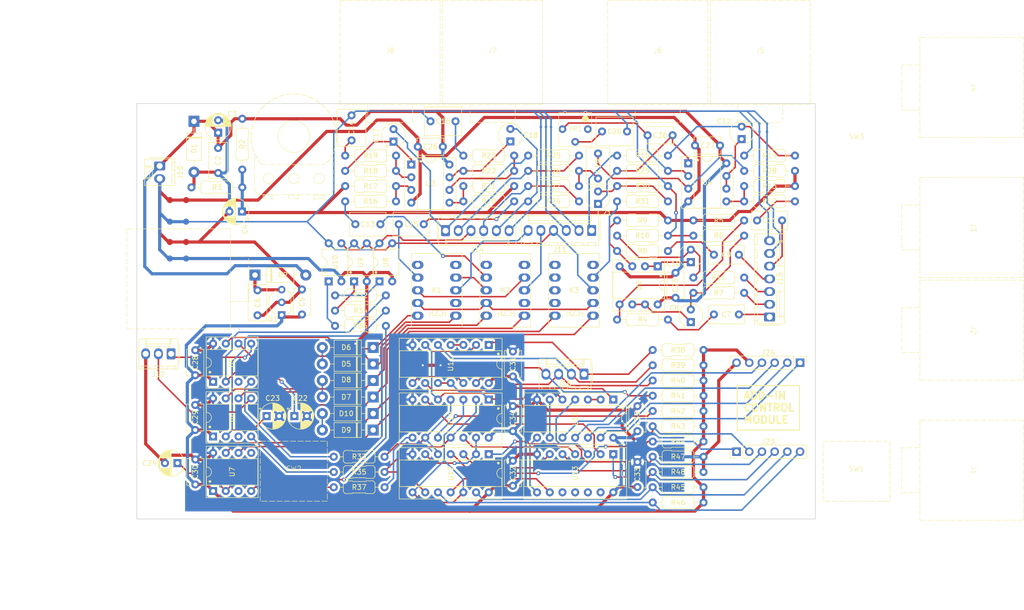
<source format=kicad_pcb>
(kicad_pcb (version 20221018) (generator pcbnew)
  (layers (0 "F.Cu" signal) (31 "B.Cu" signal) (34 "B.Paste" user) (35 "F.Paste" user) (36 "B.SilkS" user "B.Silkscreen") (37 "F.SilkS" user "F.Silkscreen") (38 "B.Mask" user) (39 "F.Mask" user) (44 "Edge.Cuts" user))
  (net 0 "")
  (net 1 "Net-(D9-K)")
  (net 2 "/Audio/SPLIT_MIX_OUT")
  (net 3 "/Switching/SPLIT_AUDIO_OUT")
  (net 4 "/Switching/SPLIT_SINGLE_OUT")
  (net 8 "Net-(D10-K)")
  (net 9 "Net-(D7-K)")
  (net 10 "Net-(K1-Pad8)")
  (net 11 "/Jacks/PIEZO_PRE_RETURN")
  (net 13 "Net-(K1-Pad4)")
  (net 14 "/Audio/SPLIT_MAG_IN")
  (net 15 "Net-(D8-K)")
  (net 16 "Net-(D5-K)")
  (net 17 "/Switching/MAG_POST")
  (net 19 "/Audio/SPLIT_PIEZO_IN")
  (net 20 "Net-(D6-K)")
  (net 21 "+5V")
  (net 22 "GNDPWR")
  (net 23 "Net-(D2-K)")
  (net 24 "Net-(C21-Pad2)")
  (net 25 "GNDD")
  (net 26 "GNDS")
  (net 27 "Net-(R32-Pad1)")
  (net 28 "Net-(R34-Pad1)")
  (net 29 "Vref")
  (net 30 "Net-(U2B-+)")
  (net 31 "/Logic/!CLK2_RESET")
  (net 32 "/Logic/DFF1_PRE")
  (net 33 "/Logic/DFF1_CLR")
  (net 34 "/Logic/DFF2_PRE")
  (net 35 "/Logic/DFF1_CLK")
  (net 36 "/Logic/DFF2_CLK")
  (net 37 "Net-(U5-GP5)")
  (net 38 "Net-(U5-GP3)")
  (net 39 "/Logic/1Q")
  (net 40 "Net-(U6-GP5)")
  (net 41 "Net-(U6-GP3)")
  (net 42 "/Logic/2Q")
  (net 43 "Net-(U7-GP5)")
  (net 44 "Net-(U7-GP3)")
  (net 45 "/Logic/1Qx2Q")
  (net 46 "Net-(R36-Pad1)")
  (net 47 "+9V")
  (net 48 "Net-(C19-Pad1)")
  (net 49 "Net-(C7-Pad1)")
  (net 50 "Net-(C16-Pad1)")
  (net 51 "Net-(U3B--)")
  (net 52 "Net-(C8-Pad2)")
  (net 53 "/Audio/MAG_MONO_BUFD")
  (net 54 "/Audio/MAG_IN")
  (net 55 "Net-(C9-Pad1)")
  (net 56 "Net-(U2A-+)")
  (net 57 "Net-(C10-Pad2)")
  (net 58 "/Audio/MAG_BUFD")
  (net 59 "/Audio/PIEZO_IN")
  (net 60 "Net-(C11-Pad1)")
  (net 61 "Net-(U4B-+)")
  (net 62 "Net-(C12-Pad2)")
  (net 63 "/Audio/PIEZO_BUFD")
  (net 64 "Net-(C13-Pad2)")
  (net 65 "Net-(U3A-+)")
  (net 66 "Net-(U3A--)")
  (net 67 "Net-(C17-Pad1)")
  (net 68 "Net-(C14-Pad1)")
  (net 69 "Net-(C15-Pad2)")
  (net 70 "Net-(U3B-+)")
  (net 71 "Net-(C18-Pad1)")
  (net 72 "/Logic/DFF2_CLR")
  (net 73 "/Audio/POT_PIEZO_RET")
  (net 74 "/Audio/POT_PIEZO_SEND")
  (net 75 "/Audio/POT_MAG_SEND")
  (net 76 "/Audio/POT_MAG_RET")
  (net 77 "Net-(R42-Pad1)")
  (net 78 "Net-(U4A-+)")
  (net 79 "Net-(U4A--)")
  (net 80 "Net-(C21-Pad1)")
  (net 81 "/Logic/!CLK1_SET")
  (net 82 "/Logic/!CLK1_RESET")
  (net 83 "/Logic/!CLK2_SET")
  (net 87 "/Switching/PIEZO_LED_ON")
  (net 89 "/Switching/MAG_LED_ON")
  (net 90 "Net-(U2A--)")
  (net 91 "GNDREF")
  (net 92 "Net-(U2B--)")
  (net 93 "Net-(U4B--)")
  (net 94 "Net-(U11-Pad2)")
  (net 95 "Net-(U15-Pad2)")
  (net 96 "Net-(U13-Pad3)")
  (net 97 "Net-(U11-Pad10)")
  (net 98 "Net-(U15-Pad6)")
  (net 99 "Net-(U13-Pad8)")
  (net 100 "Net-(U11-Pad3)")
  (net 101 "Net-(U11-Pad12)")
  (net 102 "Net-(U12B-D)")
  (net 103 "Net-(U13-Pad2)")
  (net 104 "Net-(U13-Pad4)")
  (net 105 "Net-(U12A-D)")
  (net 106 "Net-(U12A-C)")
  (net 107 "Net-(U12B-C)")
  (net 108 "Net-(VR1-S)")
  (net 110 "Earth_Clean")
  (net 111 "/Jacks/SPLIT_IN_GND")
  (net 112 "/Jacks/OUTPUT_GND")
  (net 113 "/Jacks/PIEZO_LOOP_GND")
  (net 114 "/Jacks/MAG_LOOP_GND")
  (net 115 "/Jacks/MAG_IN_GND")
  (net 116 "Net-(D5-A)")
  (net 117 "Net-(D10-A)")
  (net 118 "Net-(D7-A)")
  (net 119 "/Audio/MAG_MONO_IN")
  (net 120 "/Logic/INV2_IN")
  (net 121 "/Logic/INV2_OUT")
  (net 122 "/Logic/INV1_IN")
  (net 123 "/Logic/INV1_OUT")
  (footprint "Diode_THT:D_DO-41_SOD81_P10.16mm_Horizontal" (layer "F.Cu") (at -40.386 13.716 180)
    (fp_text reference "D6")
    (fp_text value "1N4733A")
  )
  (footprint "Capacitor_THT:C_Disc_D5.1mm_W3.2mm_P5.00mm" (layer "F.Cu") (at -26.456 -26.416 180)
    (fp_text reference "C26")
    (fp_text value "0.1uF_0603_16V")
  )
  (footprint "Capacitor_THT:C_Rect_L7.0mm_W4.5mm_P5.00mm" (layer "F.Cu") (at 4.572 -20.066 90)
    (fp_text reference "C19")
    (fp_text value "470n" hide)
  )
  (footprint "Capacitor_THT:CP_Radial_D5.0mm_P2.50mm" (layer "F.Cu") (at -71.374 -29.21 90)
    (fp_text reference "C3")
    (fp_text value "100u")
  )
  (footprint "CustomFootprints:DIP-4_W7.62mm_Adjacent" (layer "F.Cu") (at -49.276 0.508 90)
    (fp_text reference "U10")
    (fp_text value "TLP222A" hide)
  )
  (footprint "MountingHole:MountingHole_4mm" (layer "F.Cu") (at -83.312 43.434)
    (fp_text reference "HOLE4" hide)
    (fp_text value "MountingHole_4mm")
  )
  (footprint "Diode_THT:D_DO-41_SOD81_P10.16mm_Horizontal" (layer "F.Cu") (at -40.386 17.018 180)
    (fp_text reference "D5")
    (fp_text value "1N4733A")
  )
  (footprint "Connector_Molex:Molex_KK-254_AE-6410-03A_1x03_P2.54mm_Vertical" (layer "F.Cu") (at -80.772 14.986 180)
    (fp_text reference "J12")
    (fp_text value "Conn_01x03_Socket")
  )
  (footprint "PCM_Resistor_THT_AKL:R_Axial_DIN0207_L6.3mm_D2.5mm_P10.16mm_Horizontal" (layer "F.Cu") (at -48.26 38.608)
    (fp_text reference "R35")
    (fp_text value "1K" hide)
  )
  (footprint "Capacitor_THT:C_Rect_L7.2mm_W5.5mm_P5.00mm_FKS2_FKP2_MKS2_MKP2" (layer "F.Cu") (at 5.374 -29.464)
    (fp_text reference "C20")
    (fp_text value "1uF")
  )
  (footprint "Capacitor_THT:CP_Radial_Tantal_D4.5mm_P2.50mm" (layer "F.Cu") (at 23.114 8.636 90)
    (fp_text reference "C8")
    (fp_text value "10uF")
  )
  (footprint "Capacitor_THT:CP_Radial_Tantal_D4.5mm_P2.50mm" (layer "F.Cu") (at 23.114 -3.343144 90)
    (fp_text reference "C10")
    (fp_text value "10uF")
  )
  (footprint "PCM_Resistor_THT_AKL:R_Axial_DIN0207_L6.3mm_D2.5mm_P10.16mm_Horizontal" (layer "F.Cu") (at -35.814 -18.542 180)
    (fp_text reference "R17")
    (fp_text value "1M" hide)
  )
  (footprint "Relay_THT:Relay_DPDT_FRT5" (layer "F.Cu") (at -23.861 7.366 180)
    (fp_text reference "K1")
    (fp_text value "TQ-2-5V")
  )
  (footprint "Switch:Alpha_SF12020-M_DPDT_OffBoard" (layer "F.Cu") (at 56.25 38.45)
    (fp_text reference "SW1")
    (fp_text value "SW_Push_DPDT" hide)
  )
  (footprint "PCM_Resistor_THT_AKL:R_Axial_DIN0207_L6.3mm_D2.5mm_P10.16mm_Horizontal" (layer "F.Cu") (at 15.494 26.416)
    (fp_text reference "R42")
    (fp_text value "4.7K" hide)
  )
  (footprint "PCM_Package_DIP_AKL:DIP-14_W7.62mm_Socket" (layer "F.Cu") (at 7.62 35.052 -90)
    (fp_text reference "U13")
    (fp_text value "74HCT4075" hide)
  )
  (footprint "PCM_Resistor_THT_AKL:R_Axial_DIN0207_L6.3mm_D2.5mm_P10.16mm_Horizontal" (layer "F.Cu") (at -66.548 -18.288 180)
    (fp_text reference "R3")
    (fp_text value "100K" hide)
  )
  (footprint "Diode_THT:D_DO-41_SOD81_P10.16mm_Horizontal" (layer "F.Cu") (at -40.386 26.924 180)
    (fp_text reference "D10")
    (fp_text value "1N4733A")
  )
  (footprint "PCM_Resistor_THT_AKL:R_Axial_DIN0207_L6.3mm_D2.5mm_P10.16mm_Horizontal" (layer "F.Cu") (at 15.494 44.704)
    (fp_text reference "R46")
    (fp_text value "10K" hide)
  )
  (footprint "PCM_Resistor_THT_AKL:R_Axial_DIN0207_L6.3mm_D2.5mm_P10.16mm_Horizontal" (layer "F.Cu") (at -22.352 -24.638)
    (fp_text reference "R23")
    (fp_text value "10K" hide)
  )
  (footprint "Capacitor_THT:C_Rect_L7.0mm_W3.5mm_P5.00mm" (layer "F.Cu") (at 27.726 -4.826)
    (fp_text reference "C9")
    (fp_text value "100n")
  )
  (footprint "PCM_Resistor_THT_AKL:R_Axial_DIN0207_L6.3mm_D2.5mm_P10.16mm_Horizontal" (layer "F.Cu") (at -48.006 9.398)
    (fp_text reference "R36")
    (fp_text value "1K" hide)
  )
  (footprint "Capacitor_THT:C_Disc_D5.1mm_W3.2mm_P5.00mm" (layer "F.Cu") (at -54.61 7.112 90)
    (fp_text reference "C5")
    (fp_text value "0.1uF_0603_16V")
  )
  (footprint "MountingHole:MountingHole_4mm" (layer "F.Cu") (at -83.058 -30.48)
    (fp_text reference "HOLE3" hide)
    (fp_text value "MountingHole_4mm")
  )
  (footprint "Capacitor_THT:C_Rect_L7.2mm_W5.5mm_P5.00mm_FKS2_FKP2_MKS2_MKP2" (layer "F.Cu") (at -44.704 -27.686 90)
    (fp_text reference "C14")
    (fp_text value "1uF")
  )
  (footprint "PCM_Resistor_THT_AKL:R_Axial_DIN0207_L6.3mm_D2.5mm_P10.16mm_Horizontal" (layer "F.Cu") (at 33.782 -15.494)
    (fp_text reference "R12")
    (fp_text value "10K" hide)
  )
  (footprint "PCM_Resistor_THT_AKL:R_Axial_DIN0207_L6.3mm_D2.5mm_P10.16mm_Horizontal" (layer "F.Cu") (at 15.494 32.512)
    (fp_text reference "R44")
    (fp_text value "10K" hide)
  )
  (footprint "PCM_Package_DIP_AKL:DIP-14_W7.62mm_Socket" (layer "F.Cu") (at -17.272 24.13 -90)
    (fp_text reference "U14")
    (fp_text value "74HCT11" hide)
  )
  (footprint "PCM_Resistor_THT_AKL:R_Axial_DIN0207_L6.3mm_D2.5mm_P10.16mm_Horizontal" (layer "F.Cu") (at 33.782 -8.636 180)
    (fp_text reference "R6")
    (fp_text value "100K" hide)
  )
  (footprint "PCM_Package_DIP_AKL:DIP-14_W7.62mm_Socket" (layer "F.Cu") (at -17.272 13.208 -90)
    (fp_text reference "U11")
    (fp_text value "7400" hide)
  )
  (footprint "PCM_Resistor_THT_AKL:R_Axial_DIN0207_L6.3mm_D2.5mm_P10.16mm_Horizontal" (layer "F.Cu") (at 15.494 41.656)
    (fp_text reference "R45")
    (fp_text value "10K" hide)
  )
  (footprint "PCM_Resistor_THT_AKL:R_Axial_DIN0207_L6.3mm_D2.5mm_P10.16mm_Horizontal" (layer "F.Cu") (at 43.942 -18.542 180)
    (fp_text reference "R13")
    (fp_text value "1M" hide)
  )
  (footprint "PCM_Resistor_THT_AKL:R_Axial_DIN0207_L6.3mm_D2.5mm_P10.16mm_Horizontal" (layer "F.Cu") (at 15.494 29.464)
    (fp_text reference "R43")
    (fp_text value "10K" hide)
  )
  (footprint "PCM_Package_DIP_AKL:DIP-8_W7.62mm_Socket" (layer "F.Cu") (at -72.39 31.511 90)
    (fp_text reference "U6")
    (fp_text value "MV57" hide)
  )
  (footprint "Capacitor_THT:C_Rect_L7.2mm_W5.5mm_P5.00mm_FKS2_FKP2_MKS2_MKP2" (layer "F.Cu") (at -23.916 -31.496 180)
    (fp_text reference "C16")
    (fp_text value "1uF")
  )
  (footprint "Connector_Custom:ACJx-IHS_6.35mm_Audio_Jack" (layer "F.Cu") (at -16.5 -45.12)
    (fp_text reference "J7")
    (fp_text value "Piezo_Pre_Send" hide)
  )
  (footprint "Connector_Custom:ACJx-IHS_6.35mm_Audio_Jack" (layer "F.Cu") (at 37 -45.12)
    (fp_text reference "J5")
    (fp_text value "Mag_Pre_Send" hide)
  )
  (footprint "PCM_Resistor_THT_AKL:R_Axial_DIN0207_L6.3mm_D2.5mm_P10.16mm_Horizontal" (layer "F.Cu") (at 15.494 35.56)
    (fp_text reference "R47")
    (fp_text value "10K" hide)
  )
  (footprint "Capacitor_THT:C_Disc_D5.1mm_W3.2mm_P5.00mm" (layer "F.Cu") (at -75.946 14.264 -90)
    (fp_text reference "C28")
    (fp_text value "0.1uF_0603_16V")
  )
  (footprint "Connector_PinHeader_2.54mm:PinHeader_1x06_P2.54mm_Vertical" (layer "F.Cu") (at 32.258 34.544 90)
    (fp_text reference "J23")
    (fp_text value "Conn_01x06")
  )
  (footprint "Capacitor_THT:CP_Radial_D5.0mm_P2.50mm" (layer "F.Cu") (at -61.682 27.432)
    (fp_text reference "C23")
    (fp_text value "100u")
  )
  (footprint "PCM_Resistor_THT_AKL:R_Axial_DIN0207_L6.3mm_D2.5mm_P10.16mm_Horizontal" (layer "F.Cu") (at 25.654 20.32 180)
    (fp_text reference "R40")
    (fp_text value "4.7K" hide)
  )
  (footprint "PCM_Resistor_THT_AKL:R_Axial_DIN0207_L6.3mm_D2.5mm_P10.16mm_Horizontal" (layer "F.Cu") (at -48.26 41.656)
    (fp_text reference "R37")
    (fp_text value "1K" hide)
  )
  (footprint "PCM_Resistor_THT_AKL:R_Axial_DIN0207_L6.3mm_D2.5mm_P10.16mm_Horizontal" (layer "F.Cu") (at -22.352 -15.494)
    (fp_text reference "R20")
    (fp_text value "10K" hide)
  )
  (footprint "CustomFootprints:LEDAssy" (layer "F.Cu") (at -56.27 15.57)
    (fp_text reference "D4")
    (fp_text value "LED_Dual_KKA")
  )
  (footprint "Capacitor_THT:C_Disc_D5.1mm_W3.2mm_P5.00mm" (layer "F.Cu") (at 20.066 3.79 90)
    (fp_text reference "C25")
    (fp_text value "0.1uF_0603_16V")
  )
  (footprint "Relay_THT:Relay_DPDT_FRT5" (layer "F.Cu") (at 3.571 7.366 180)
    (fp_text reference "K3")
    (fp_text value "TQ-2-5V")
  )
  (footprint "Capacitor_THT:CP_Radial_D5.0mm_P2.50mm" (layer "F.Cu") (at -66.612887 -13.462 180)
    (fp_text reference "C4")
    (fp_text value "47u")
  )
  (footprint "PCM_Package_DIP_AKL:DIP-8_W7.62mm_Socket" (layer "F.Cu") (at -72.38 20.564 90)
    (fp_text reference "U5")
    (fp_text value "MV57" hide)
  )
  (footprint "PCM_Resistor_THT_AKL:R_Axial_DIN0207_L6.3mm_D2.5mm_P10.16mm_Horizontal" (layer "F.Cu") (at -48.26 35.56)
    (fp_text reference "R33")
    (fp_text value "1K" hide)
  )
  (footprint "Capacitor_THT:C_Rect_L7.0mm_W4.5mm_P5.00mm" (layer "F.Cu") (at -38.942 -10.922 180)
    (fp_text reference "C13")
    (fp_text value "470n")
  )
  (footprint "Capacitor_THT:C_Disc_D5.1mm_W3.2mm_P5.00mm" (layer "F.Cu") (at -12.446 30.44 90)
    (fp_text reference "C34")
    (fp_text value "0.1uF_0603_16V")
  )
  (footprint "Diode_THT:D_DO-41_SOD81_P10.16mm_Horizontal" (layer "F.Cu") (at -40.386 23.622 180)
    (fp_text reference "D7")
    (fp_text value "1N4733A")
  )
  (footprint "PCM_Resistor_THT_AKL:R_Axial_DIN0207_L6.3mm_D2.5mm_P10.16mm_Horizontal" (layer "F.Cu") (at 18.542 -15.494 180)
    (fp_text reference "R31")
    (fp_text value "470" hide)
  )
  (footprint "Connector_Molex:Molex_KK-254_AE-6410-06A_1x06_P2.54mm_Vertical" (layer "F.Cu") (at 3.302 -9.672 180)
    (fp_text reference "J11")
    (fp_text value "Conn_01x06_Socket" hide)
  )
  (footprint "PCM_Resistor_THT_AKL:R_Axial_DIN0207_L6.3mm_D2.5mm_P10.16mm_Horizontal" (layer "F.Cu") (at 8.382 -5.568)
    (fp_text reference "R8")
    (fp_text value "10K" hide)
  )
  (footprint "Capacitor_THT:CP_Radial_D5.0mm_P2.50mm" (layer "F.Cu") (at -79.502 36.83 180)
    (fp_text reference "C24")
    (fp_text value "100u")
  )
  (footprint "PCM_Package_DIP_AKL:DIP-8_W7.62mm_Socket" (layer "F.Cu") (at 16.5 -2.51 -90)
    (fp_text reference "U2")
    (fp_text value "TL072" hide)
  )
  (footprint "Connector_Custom:ACJx-IHS_6.35mm_Audio_Jack" (layer "F.Cu") (at -79.12 0 90)
    (fp_text reference "J9" hide)
    (fp_text value "AudioJack2" hide)
  )
  (footprint "Relay_THT:Relay_DPDT_FRT5" (layer "F.Cu") (at -10.145 7.366 180)
    (fp_text reference "K2")
    (fp_text value "TQ-2-5V")
  )
  (footprint "PCM_Resistor_THT_AKL:R_Axial_DIN0207_L6.3mm_D2.5mm_P10.16mm_Horizontal" (layer "F.Cu") (at -48.006 3.302)
    (fp_text reference "R32")
    (fp_text value "1K" hide)
  )
  (footprint "PCM_Resistor_THT_AKL:R_Axial_DIN0207_L6.3mm_D2.5mm_P10.16mm_Horizontal" (layer "F.Cu") (at -35.814 -15.494 180)
    (fp_text reference "R16")
    (fp_text value "10K" hide)
  )
  (footprint "PCM_Resistor_THT_AKL:R_Axial_DIN0207_L6.3mm_D2.5mm_P10.16mm_Horizontal" (layer "F.Cu") (at 0.762 -15.494 180)
    (fp_text reference "R24")
    (fp_text value "26K" hide)
  )
  (footprint "Capacitor_THT:C_Rect_L7.0mm_W3.5mm_P5.00mm" (layer "F.Cu") (at -63.5 2.286 -90)
    (fp_text reference "C6")
    (fp_text value "0.33u")
  )
  (footprint "PCM_Resistor_THT_AKL:R_Axial_DIN0207_L6.3mm_D2.5mm_P10.16mm_Horizontal" (layer "F.Cu") (at 8.382 -8.636)
    (fp_text reference "R10")
    (fp_text value "100K" hide)
  )
  (footprint "Connector_Custom:ACJx-IHS_6.35mm_Audio_Jack" (layer "F.Cu") (at 79.12 -10.25 -90)
    (fp_text reference "J3")
    (fp_text value "AudioJack2_Switch" hide)
  )
  (footprint "Connector_Molex:Molex_KK-254_AE-6410-02A_1x02_P2.54mm_Vertical" (layer "F.Cu") (at -83.058 -22.566 -90)
    (fp_text reference "J10")
    (fp_text value "Conn_01x02_Socket")
  )
  (footprint "CustomFootprints:NetTie24Mil" (layer "F.Cu") (at -79.4004 -7.366 90)
    (fp_text reference "NT4" hide)
    (fp_text value "NetTie_2" hide)
  )
  (footprint "PCM_Resistor_THT_AKL:R_Axial_DIN0207_L6.3mm_D2.5mm_P10.16mm_Horizontal" (layer "F.Cu") (at -35.814 -21.59 180)
    (fp_text reference "R18")
    (fp_text value "10K" hide)
  )
  (footprint "PCM_Resistor_THT_AKL:R_Axial_DIN0207_L6.3mm_D2.5mm_P10.16mm_Horizontal" (layer "F.Cu") (at 43.942 -24.638 180)
    (fp_text reference "R14")
    (fp_text value "100K" hide)
  )
  (footprint "CustomFootprints:DIP-4_W7.62mm_Adjacent" (layer "F.Cu") (at -44.196 0.508 90)
    (fp_text reference "U9")
    (fp_text value "TLP222A" hide)
  )
  (footprint "PCM_Resistor_THT_AKL:R_Axial_DIN0207_L6.3mm_D2.5mm_P10.16mm_Horizontal" (layer "F.Cu") (at 25.654 17.272 180)
    (fp_text reference "R39")
    (fp_text value "4.7K" hide)
  )
  (footprint "Capacitor_THT:C_Disc_D5.1mm_W3.2mm_P5.00mm" (layer "F.Cu") (at -75.956 25.211 -90)
    (fp_text reference "C29")
    (fp_text value "0.1uF_0603_16V")
  )
  (footprint "Capacitor_THT:C_Disc_D5.1mm_W3.2mm_P5.00mm" (layer "F.Cu") (at -12.446 41.362 90)
    (fp_text reference "C32")
    (fp_text value "0.1uF_0603_16V")
  )
  (footprint "Capacitor_THT:CP_Radial_Tantal_D4.5mm_P2.50mm" (layer "F.Cu") (at 33.274 -27.94 90)
    (fp_text reference "C12")
    (fp_text value "10uF")
  )
  (footprint "Connector_Custom:ACJx-IHS_6.35mm_Audio_Jack" (layer "F.Cu") (at -37 -45.12)
    (fp_text reference "J8")
    (fp_text value "Piezo_Pre_Return" hide)
  )
  (footprint "Capacitor_THT:C_Rect_L7.0mm_W4.5mm_P5.00mm" (layer "F.Cu") (at -35.266 -10.922)
    (fp_text reference "C15")
    (fp_text value "470n")
  )
  (footprint "Capacitor_THT:C_Rect_L7.0mm_W3.5mm_P5.00mm" (layer "F.Cu") (at -71.374 -26.162 -90)
    (fp_text reference "C2")
    (fp_text value "47nF")
  )
  (footprint "PCM_Resistor_THT_AKL:R_Axial_DIN0207_L6.3mm_D2.5mm_P10.16mm_Horizontal" (layer "F.Cu") (at 0.762 -18.542 180)
    (fp_text reference "R27")
    (fp_text value "10K" hide)
  )
  (footprint "Capacitor_THT:C_Rect_L7.0mm_W3.5mm_P5.00mm" (layer "F.Cu") (at 36.362 -11.684)
    (fp_text reference "C11")
    (fp_text value "100n")
  )
  (footprint "PCM_Resistor_THT_AKL:R_Axial_DIN0207_L6.3mm_D2.5mm_P10.16mm_Horizontal" (layer "F.Cu") (at 23.622 -0.254)
    (fp_text reference "R11")
    (fp_text value "510" hide)
  )
  (footprint "Connector_Molex:Molex_KK-254_AE-6410-07A_1x07_P2.54mm_Vertical" (layer "F.Cu") (at 38.862 7.62 90)
    (fp_text reference "J15")
    (fp_text value "Conn_01x07_Socket")
  )
  (footprint "Connector_Molex:Molex_KK-254_AE-6410-06A_1x06_P2.54mm_Vertical" (layer "F.Cu") (at -25.908 -9.632)
    (fp_text reference "J14")
    (fp_text value "Conn_01x06_Socket")
  )
  (footprint "PCM_Package_DIP_AKL:DIP-14_W7.62mm_Socket" (layer "F.Cu") (at 7.62 24.13 -90)
    (fp_text reference "U15")
    (fp_text value "74HCT14" hide)
  )
  (footprint "Diode_THT:D_DO-41_SOD81_P10.16mm_Horizontal" (layer "F.Cu") (at -40.386 20.32 180)
    (fp_text reference "D8")
    (fp_text value "1N4733A")
  )
  (footprint "PCM_Resistor_THT_AKL:R_Axial_DIN0207_L6.3mm_D2.5mm_P10.16mm_Horizontal" (layer "F.Cu") (at 25.654 14.224 180)
    (fp_text reference "R38")
    (fp_text value "4.7K" hide)
  )
  (footprint "Capacitor_THT:CP_Radial_Tantal_D4.5mm_P2.50mm" (layer "F.Cu") (at -12.954 -27.473144 90)
    (fp_text reference "C18")
    (fp_text value "10uF")
  )
  (footprint "PCM_Resistor_THT_AKL:R_Axial_DIN0207_L6.3mm_D2.5mm_P10.16mm_Horizontal" (layer "F.Cu") (at 43.942 -21.59 180)
    (fp_text reference "R28")
    (fp_text value "1M" hide)
  )
  (footprint "PCM_Package_DIP_AKL:DIP-8_W7.62mm_Socket" (layer "F.Cu") (at -32.756 -22.85)
    (fp_text reference "U3")
    (fp_text value "TL072" hide)
  )
  (footprint "PCM_Resistor_THT_AKL:R_Axial_DIN0207_L6.3mm_D2.5mm_P10.16mm_Horizontal" (layer "F.Cu") (at 23.622 2.794)
    (fp_text reference "R7")
    (fp_text value "510" hide)
  )
  (footprint "PCM_Resistor_THT_AKL:R_Axial_DIN0207_L6.3mm_D2.5mm_P10.16mm_Horizontal" (layer "F.Cu") (at -66.548 -32.004 -90)
    (fp_text reference "R2")
    (fp_text value "100K" hide)
  )
  (footprint "Capacitor_THT:C_Disc_D5.1mm_W3.2mm_P5.00mm" (layer "F.Cu") (at 28.956 -26.67 180)
    (fp_text reference "C27")
    (fp_text value "0.1uF_0603_16V")
  )
  (footprint "Capacitor_THT:C_Disc_D5.1mm_W3.2mm_P5.00mm" (layer "F.Cu") (at 12.446 41.616 90)
    (fp_text reference "C33")
    (fp_text value "0.1uF_0603_16V")
  )
  (footprint "PCM_Package_DIP_AKL:DIP-14_W7.62mm_Socket" (layer "F.Cu") (at -17.272 35.052 -90)
    (fp_text reference "U12")
    (fp_text value "74HCT74" hide)
  )
  (footprint "Diode_THT:D_DO-41_SOD81_P10.16mm_Horizontal" (layer "F.Cu") (at -76.2 -31.496 -90)
    (fp_text reference "D1")
    (fp_text value "1N4002")
  )
  (footprint "Connector_Molex:Molex_KK-254_AE-6410-04A_1x04_P2.54mm_Vertical" (layer "F.Cu") (at 1.778 19.05 180)
    (fp_text reference "J16")
    (fp_text value "Conn_01x04_Socket")
  )
  (footprint "Package_TO_SOT_THT:TO-92_Inline_Wide" (layer "F.Cu") (at -58.674 7.23 90)
    (fp_text reference "U1")
    (fp_text value "L78L05_TO92")
  )
  (footprint "Potentiometers_Custom:Alpha_RV162-41" (layer "F.Cu") (at -56.25 -28.45)
    (fp_text reference "RV1")
    (fp_text value "B5K")
  )
  (footprint "Diode_THT:D_DO-41_SOD81_P10.16mm_Horizontal" (layer "F.Cu") (at -64.008 -0.762)
    (fp_text reference "D2")
    (fp_text value "1N4002")
  )
  (footprint "Capacitor_THT:C_Disc_D5.1mm_W3.2mm_P5.00mm" (layer "F.Cu") (at -75.936 36.098 -90)
    (fp_text reference "C30")
    (fp_text value "0.1uF_0603_16V")
  )
  (footprint "Capacitor_THT:C_Disc_D5.1mm_W3.2mm_P5.00mm" (layer "F.Cu") (at 12.446 30.44 90)
    (fp_text reference "C35")
    (fp_text value "0.1uF_0603_16V")
  )
  (footprint "PCM_Resistor_THT_AKL:R_Axial_DIN0207_L6.3mm_D2.5mm_P10.16mm_Horizontal" (layer "F.Cu") (at -48.006 6.355)
    (fp_text reference "R34")
    (fp_text value "1K" hide)
  )
  (footprint "Capacitor_THT:CP_Radial_D5.0mm_P2.50mm" (layer "F.Cu") (at -56.134 27.432)
    (fp_text reference "C22")
    (fp_text value "100u")
  )
  (footprint "PCM_Resistor_THT_AKL:R_Axial_DIN0207_L6.3mm_D2.5mm_P10.16mm_Horizontal" (layer "F.Cu") (at 18.542 -11.684 180)
    (fp_text reference "R9")
    (fp_text value "1M" hide)
  )
  (footprint "Connector_PinHeader_2.54mm:PinHeader_1x06_P2.54mm_Vertical" (layer "F.Cu") (at 44.958 16.764 -90)
    (fp_text reference "J24")
    (fp_text value "Conn_01x06")
  )
  (footprint "Connector_Custom:ACJx-IHS_6.35mm_Audio_Jack" (layer "F.Cu") (at 79.12 10.25 -90)
    (fp_text reference "J2")
    (fp_text value "AudioJack2_Switch" hide)
  )
  (footprint "PCM_Resistor_THT_AKL:R_Axial_DIN0207_L6.3mm_D2.5mm_P10.16mm_Horizontal" (layer "F.Cu") (at 18.542 -21.59 180)
    (fp_text reference "R29")
    (fp_text value "10K" hide)
  )
  (footprint "Connector_Custom:ACJx-IHS_6.35mm_Audio_Jack" (layer "F.Cu") (at 79.12 -38.25 -90)
    (fp_text reference "J4")
    (fp_text value "AudioJack2" hide)
  )
  (footprint "Connector_Custom:ACJx-IHS_6.35mm_Audio_Jack" (layer "F.Cu") (at 16.5 -45.12)
    (fp_text reference "J6")
    (fp_text value "Mag_Pre_Return" hide)
  )
  (footprint "Capacitor_THT:C_Disc_D5.1mm_W3.2mm_P5.00mm" (layer "F.Cu") (at 14.478 -28.702)
    (fp_text reference "C36")
    (fp_text value "47pF")
  )
  (footprint "PCM_Resistor_THT_AKL:R_Axial_DIN0207_L6.3mm_D2.5mm_P10.16mm_Horizontal" (layer "F.Cu") (at -12.192 -21.59 180)
    (fp_text reference "R22")
    (fp_text value "10K" hide)
  )
  (footprint "MountingHole:MountingHole_4mm" (layer "F.Cu") (at 43.18 -30.48)
    (fp_text reference "HOLE2" hide)
    (fp_text value "MountingHole_4mm")
  )
  (footprint "MountingHole:MountingHole_4mm" (layer "F.Cu") (at 43.688 43.688)
    (fp_text reference "HOLE1" hide)
    (fp_text value "MountingHole_4mm")
  )
  (footprint "PCM_Resistor_THT_AKL:R_Axial_DIN0207_L6.3mm_D2.5mm_P10.16mm_Horizontal" (layer "F.Cu") (at 25.654 23.368 180)
    (fp_text reference "R41")
    (fp_text value "4.7K" hide)
  )
  (footprint "Capacitor_THT:C_Disc_D5.1mm_W3.2mm_P5.00mm" (layer "F.Cu") (at -12.446 19.518 90)
    (fp_text reference "C31")
    (fp_text value "0.1uF_0603_16V")
  )
  (footprint "CustomFootprints:NetTie24Mil" (layer "F.Cu") (at -79.4004 -15.748 90)
    (fp_text reference "NT1" hide)
    (fp_text value "NetTie_2" hide)
  )
  (footprint "PCM_Package_DIP_AKL:DIP-8_W7.62mm_Socket" (layer "F.Cu") (at 22.606 -23.104)
    (fp_text reference "U4")
    (fp_text value "TL072" hide)
  )
  (footprint "Switch:4PDT_Blue_OffBoard" (layer "F.Cu") (at 56.25 -28.45 90)
    (fp_text reference "SW3")
    (fp_text value "3PDTBLUE" hide)
  )
  (footprint "Switch:Alpha_SF12020-M_DPDT_OffBoard" (layer "F.Cu") (at -56.25 38.45)
    (fp_text reference "SW2")
    (fp_text value "SW_Push_DPDT" hide)
  )
  (footprint "PCM_Package_DIP_AKL:DIP-8_W7.62mm_Socket" (layer "F.Cu") (at -72.38 42.408 90)
    (fp_text reference "U7")
    (fp_text value "MV57" hide)
  )
  (footprint "Diode_THT:D_DO-41_SOD81_P10.16mm_Horizontal" (layer "F.Cu") (at -40.386 30.226 180)
    (fp_text reference "D9")
    (fp_text value "1N4733A")
  )
  (footprint "PCM_Resistor_THT_AKL:R_Axial_DIN0207_L6.3mm_D2.5mm_P10.16mm_Horizontal" (layer "F.Cu") (at -45.974 -24.638)
    (fp_text reference "R19")
    (fp_text value "10K" hide)
  )
  (footprint "PCM_Resistor_THT_AKL:R_Axial_DIN0207_L6.3mm_D2.5mm_P10.16mm_Horizontal" (layer "F.Cu") (at 8.382 -18.542)
    (fp_text reference "R30")
    (fp_text value "100K" hide)
  )
  (footprint "Capacitor_THT:CP_Radial_Tantal_D4.5mm_P2.50mm" (layer "F.Cu") (at 4.572 -14.986 90)
    (fp_text reference "C21")
    (fp_text value "10uF")
  )
  (footprint "PCM_4ms_Potentiometer:Bourns_3362" (layer "F.Cu") (at 0 -29.972 180)
    (fp_text reference "VR1")
    (fp_text value "B30K" hide)
  )
  (footprint "PCM_Resistor_THT_AKL:R_Axial_DIN0207_L6.3mm_D2.5mm_P10.16mm_Horizontal" (layer "F.Cu") (at 23.622 -11.684)
    (fp_text reference "R5")
    (fp_text value "1M" hide)
  )
  (footprint "PCM_Resistor_THT_AKL:R_Axial_DIN0207_L6.3mm_D2.5mm_P10.16mm_Horizontal" (layer "F.Cu") (at -22.352 -18.542)
    (fp_text reference "R21")
    (fp_text value "1M" hide)
  )
  (footprint "Capacitor_THT:C_Rect_L7.0mm_W3.5mm_P5.00mm" (layer "F.Cu") (at 27.726 7.112)
    (fp_text reference "C7")
    (fp_text value "100n")
  )
  (footprint "CustomFootprints:LEDAssy" (layer "F.Cu") (at 56.27 15.57)
    (fp_text reference "D3")
    (fp_text value "LED_Dual_KKA")
  )
  (footprint "PCM_Resistor_THT_AKL:R_Axial_DIN0207_L6.3mm_D2.5mm_P10.16mm_Horizontal" (layer "F.Cu") (at 18.542 -24.638 180)
    (fp_text reference "R15")
    (fp_text value "510" hide)
  )
  (footprint "Connector_Custom:ACJx-IHS_6.35mm_Audio_Jack" (layer "F.Cu") (at 79.12 38.25 -90)
    (fp_text reference "J1")
    (fp_text value "AudioJack3_Switch" hide)
  )
  (footprint "PCM_Resistor_THT_AKL:R_Axial_DIN0207_L6.3mm_D2.5mm_P10.16mm_Horizontal" (layer "F.Cu") (at -9.398 -21.59)
    (fp_text reference "R26")
    (fp_text value "10K" hide)
  )
  (footprint "CustomFootprints:DIP-4_W7.62mm_Adjacent" (layer "F.Cu") (at -39.116 0.508 90)
    (fp_text reference "U8")
    (fp_text value "TLP222A" hide)
  )
  (footprint "PCM_Resistor_THT_AKL:R_Axial_DIN0207_L6.3mm_D2.5mm_P10.16mm_Horizontal" (layer "F.Cu") (at 15.494 38.608)
    (fp_text reference "R48")
    (fp_text value "10K" hide)
  )
  (footprint "PCM_Resistor_THT_AKL:R_Axial_DIN0207_L6.3mm_D2.5mm_P10.16mm_Horizontal" (layer "F.Cu") (at 8.382 8.148)
    (fp_text reference "R4")
    (fp_text value "10K" hide)
  )
  (footprint "Capacitor_THT:CP_Radial_Tantal_D4.5mm_P2.50mm" (layer "F.Cu") (at -36.322 -27.432 90)
    (fp_text reference "C17")
    (fp_text value "10uF")
  )
  (footprint "PCM_Resistor_THT_AKL:R_Axial_DIN0207_L6.3mm_D2.5mm_P10.16mm_Horizontal" (layer "F.Cu") (at -9.398 -24.638)
    (fp_text reference "R25")
    (fp_text value "26K" hide)
  )
  (footprint "CustomFootprints:NetTie24Mil" (layer "B.Cu") (at -79.4004 -4.064 -90)
    (fp_text reference "NT3" hide)
    (fp_text value "NetTie_2" hide)
  )
  (footprint "CustomFootprints:NetTie24Mil" (layer "B.Cu") (at -79.4004 -11.43 -90)
    (fp_text reference "NT2" hide)
    (fp_text value "NetTie_2" hide)
  )
  (footprint "CustomFootprints:NetTie10Mil" (layer "B.Cu") (at 38.354 -30.226)
    (fp_text reference "NT8" hide)
    (fp_text value "NetTie_2" hide)
  )
  (footprint "CustomFootprints:NetTie10Mil" (layer "B.Cu") (at -6.858 -31.1912)
    (fp_text reference "NT7" hide)
    (fp_text value "NetTie_2" hide)
  )
  (footprint "CustomFootprints:NetTie10Mil" (layer "B.Cu") (at -4.826 -31.1912)
    (fp_text reference "NT5" hide)
    (fp_text value "NetTie_2" hide)
  )
  (footprint "CustomFootprints:NetTie10Mil" (layer "B.Cu") (at -5.842 -31.1912)
    (fp_text reference "NT6" hide)
    (fp_text value "NetTie_2" hide)
  )
  (footprint "CustomFootprints:NetTie10Mil" (layer "B.Cu") (at 36.83 -30.226)
    (fp_text reference "NT9" hide)
    (fp_text value "NetTie_2" hide)
  )
  (gr_rect (start -87.63 -35.052) (end 48.006 48.006) (stroke (width 0.127)) (fill none) (layer "Edge.Cuts"))
  (gr_text_box "ADD-IN CONTROL MODULE" (start 32.385 21.336) (end 44.831 30.226) (layer "F.SilkS") (effects (font (size 1.5 1.5) (thickness 0.3) bold) (justify left top)) (stroke (width 0.2)))
  (segment (start -66.04 33.528) (end -43.688 33.528) (width 0.3048) (layer "F.Cu") (net 1))
  (segment (start -32.869096 11.1252) (end -0.1882 11.1252) (width 0.3048) (layer "F.Cu") (net 1))
  (segment (start -36.068 14.324104) (end -32.869096 11.1252) (width 0.3048) (layer "F.Cu") (net 1))
  (segment (start -40.386 30.226) (end -36.068 25.908) (width 0.3048) (layer "F.Cu") (net 1))
  (segment (start -36.068 25.908) (end -36.068 14.324104) (width 0.3048) (layer "F.Cu") (net 1))
  (segment (start -67.3 34.788) (end -66.04 33.528) (width 0.3048) (layer "F.Cu") (net 1))
  (segment (start -0.1882 11.1252) (end 3.571 7.366) (width 0.3048) (layer "F.Cu") (net 1))
  (segment (start -43.688 33.528) (end -40.386 30.226) (width 0.3048) (layer "F.Cu") (net 1))
  (segment (start 8.382 -13.97) (end 6.858 -12.446) (width 0.3048) (layer "B.Cu") (net 2))
  (segment (start 6.858 -3.541) (end 3.571 -0.254) (width 0.3048) (layer "B.Cu") (net 2))
  (segment (start 6.858 -12.446) (end 6.858 -3.541) (width 0.3048) (layer "B.Cu") (net 2))
  (segment (start 8.382 -15.494) (end 8.382 -13.97) (width 0.3048) (layer "B.Cu") (net 2))
  (segment (start -45.4788 -5.8548) (end -42.9132 -5.8548) (width 0.3048) (layer "F.Cu") (net 3))
  (segment (start -36.576 -7.112) (end -6.878 -7.112) (width 0.3048) (layer "F.Cu") (net 3))
  (segment (start -40.3988 -5.8548) (end -37.8332 -5.8548) (width 0.3048) (layer "F.Cu") (net 3))
  (segment (start -6.878 -7.112) (end -4.318 -9.672) (width 0.3048) (layer "F.Cu") (net 3))
  (segment (start -46.736 -7.112) (end -45.4788 -5.8548) (width 0.3048) (layer "F.Cu") (net 3))
  (segment (start -41.656 -7.112) (end -40.3988 -5.8548) (width 0.3048) (layer "F.Cu") (net 3))
  (segment (start -42.9132 -5.8548) (end -41.656 -7.112) (width 0.3048) (layer "F.Cu") (net 3))
  (segment (start -37.8332 -5.8548) (end -36.576 -7.112) (width 0.3048) (layer "F.Cu") (net 3))
  (segment (start 0.508 -4.826) (end 0.508 -0.777) (width 0.3048) (layer "B.Cu") (net 3))
  (segment (start -4.318 -9.672) (end -4.3006 -9.6546) (width 0.3048) (layer "B.Cu") (net 3))
  (segment (start -4.3006 -9.6346) (end 0.508 -4.826) (width 0.3048) (layer "B.Cu") (net 3))
  (segment (start -4.3006 -9.6546) (end -4.3006 -9.6346) (width 0.3048) (layer "B.Cu") (net 3))
  (segment (start 0.508 -0.777) (end 3.571 2.286) (width 0.3048) (layer "B.Cu") (net 3))
  (segment (start -16.51 6.096) (end 2.286 6.096) (width 0.3048) (layer "F.Cu") (net 4))
  (segment (start -30.211 6.096) (end -19.035 6.096) (width 0.3048) (layer "F.Cu") (net 4))
  (segment (start 2.301 6.096) (end 3.571 4.826) (width 0.3048) (layer "F.Cu") (net 4))
  (segment (start -16.51 6.081) (end -17.765 4.826) (width 0.3048) (layer "F.Cu") (net 4))
  (segment (start 2.286 6.096) (end 2.301 6.096) (width 0.3048) (layer "F.Cu") (net 4))
  (segment (start -30.211 6.096) (end -31.481 4.826) (width 0.3048) (layer "F.Cu") (net 4))
  (segment (start -16.51 6.096) (end -16.51 6.081) (width 0.3048) (layer "F.Cu") (net 4))
  (segment (start -19.035 6.096) (end -17.765 4.826) (width 0.3048) (layer "F.Cu") (net 4))
  (segment (start -69.84 34.788) (end -67.8202 32.7682) (width 0.3048) (layer "F.Cu") (net 8))
  (segment (start -46.2302 32.7682) (end -40.386 26.924) (width 0.3048) (layer "F.Cu") (net 8))
  (segment (start -7.1986 10.5156) (end -4.049 7.366) (width 0.3048) (layer "F.Cu") (net 8))
  (segment (start -37 23.538) (end -37 14.394) (width 0.3048) (layer "F.Cu") (net 8))
  (segment (start -33.1216 10.5156) (end -7.1986 10.5156) (width 0.3048) (layer "F.Cu") (net 8))
  (segment (start -67.8202 32.7682) (end -46.2302 32.7682) (width 0.3048) (layer "F.Cu") (net 8))
  (segment (start -40.386 26.924) (end -37 23.538) (width 0.3048) (layer "F.Cu") (net 8))
  (segment (start -37 14.394) (end -33.1216 10.5156) (width 0.3048) (layer "F.Cu") (net 8))
  (segment (start -66.025 22.606) (end -54.864 22.606) (width 0.3048) (layer "F.Cu") (net 9))
  (segment (start -37.6096 14.141496) (end -33.374104 9.906) (width 0.3048) (layer "F.Cu") (net 9))
  (segment (start -67.31 23.891) (end -66.025 22.606) (width 0.3048) (layer "F.Cu") (net 9))
  (segment (start -37.6096 20.8456) (end -37.6096 14.141496) (width 0.3048) (layer "F.Cu") (net 9))
  (segment (start -52.2908 25.1792) (end -41.9432 25.1792) (width 0.3048) (layer "F.Cu") (net 9))
  (segment (start -54.864 22.606) (end -52.2908 25.1792) (width 0.3048) (layer "F.Cu") (net 9))
  (segment (start -12.685 9.906) (end -10.145 7.366) (width 0.3048) (layer "F.Cu") (net 9))
  (segment (start -33.374104 9.906) (end -12.685 9.906) (width 0.3048) (layer "F.Cu") (net 9))
  (segment (start -40.386 23.622) (end -37.6096 20.8456) (width 0.3048) (layer "F.Cu") (net 9))
  (segment (start -41.9432 25.1792) (end -40.386 23.622) (width 0.3048) (layer "F.Cu") (net 9))
  (segment (start -30.211 3.556) (end -31.481 2.286) (width 0.3048) (layer "F.Cu") (net 10))
  (segment (start -30.211 3.556) (end -13.9625 3.556) (width 0.3048) (layer "F.Cu") (net 10))
  (segment (start -10.1525 -0.254) (end -10.145 -0.254) (width 0.3048) (layer "F.Cu") (net 10))
  (segment (start -13.9625 3.556) (end -10.1525 -0.254) (width 0.3048) (layer "F.Cu") (net 10))
  (segment (start -6.858 -9.672) (end -6.858 -1.001) (width 0.3048) (layer "B.Cu") (net 11))
  (segment (start -6.858 -1.001) (end -10.145 2.286) (width 0.3048) (layer "B.Cu") (net 11))
  (segment (start -20.305 -0.254) (end -17.765 2.286) (width 0.3048) (layer "F.Cu") (net 13))
  (segment (start -23.861 -0.254) (end -20.305 -0.254) (width 0.3048) (layer "F.Cu") (net 13))
  (segment (start -22.083 -4.572) (end -17.765 -0.254) (width 0.3048) (layer "F.Cu") (net 14))
  (segment (start -26.416 -4.572) (end -22.083 -4.572) (width 0.3048) (layer "F.Cu") (net 14))
  (via (at -26.416 -4.572) (size 0.8) (drill 0.4) (layers "F.Cu" "B.Cu") (net 14))
  (segment (start -34.29 -12.446) (end -37.418 -12.446) (width 0.3048) (layer "B.Cu") (net 14))
  (segment (start -37.418 -12.446) (end -38.942 -10.922) (width 0.3048) (layer "B.Cu") (net 14))
  (segment (start -26.416 -4.572) (end -34.29 -12.446) (width 0.3048) (layer "B.Cu") (net 14))
  (segment (start -38.2192 18.1532) (end -38.2192 13.8352) (width 0.3048) (layer "F.Cu") (net 15))
  (segment (start -19.662 9.263) (end -17.765 7.366) (width 0.3048) (layer "F.Cu") (net 15))
  (segment (start -69.85 23.891) (end -67.9554 21.9964) (width 0.3048) (layer "F.Cu") (net 15))
  (segment (start -33.647 9.263) (end -19.662 9.263) (width 0.3048) (layer "F.Cu") (net 15))
  (segment (start -67.9554 21.9964) (end -42.0624 21.9964) (width 0.3048) (layer "F.Cu") (net 15))
  (segment (start -42.0624 21.9964) (end -40.386 20.32) (width 0.3048) (layer "F.Cu") (net 15))
  (segment (start -38.2192 13.8352) (end -33.647 9.263) (width 0.3048) (layer "F.Cu") (net 15))
  (segment (start -40.386 20.32) (end -38.2192 18.1532) (width 0.3048) (layer "F.Cu") (net 15))
  (segment (start -40.386 17.018) (end -39.216105 17.018) (width 0.3048) (layer "F.Cu") (net 16))
  (segment (start -38.8288 13.582696) (end -33.899504 8.6534) (width 0.3048) (layer "F.Cu") (net 16))
  (segment (start -67.3 12.944) (end -64.7832 15.4608) (width 0.3048) (layer "F.Cu") (net 16))
  (segment (start -38.8288 16.630696) (end -38.8288 13.582696) (width 0.3048) (layer "F.Cu") (net 16))
  (segment (start -64.7832 15.4608) (end -41.9432 15.4608) (width 0.3048) (layer "F.Cu") (net 16))
  (segment (start -39.216105 17.018) (end -38.8288 16.630696) (width 0.3048) (layer "F.Cu") (net 16))
  (segment (start -33.899504 8.6534) (end -25.1484 8.6534) (width 0.3048) (layer "F.Cu") (net 16))
  (segment (start -41.9432 15.4608) (end -40.386 17.018) (width 0.3048) (layer "F.Cu") (net 16))
  (segment (start -25.1484 8.6534) (end -23.861 7.366) (width 0.3048) (layer "F.Cu") (net 16))
  (segment (start -9.398 -9.672) (end -11.45 -7.62) (width 0.3048) (layer "B.Cu") (net 17))
  (segment (start -18.288 -7.62) (end -20.828 -5.08) (width 0.3048) (layer "B.Cu") (net 17))
  (segment (start -11.45 -7.62) (end -18.288 -7.62) (width 0.3048) (layer "B.Cu") (net 17))
  (segment (start -20.828 -5.08) (end -20.828 -0.254) (width 0.3048) (layer "B.Cu") (net 17))
  (segment (start -23.368 2.286) (end -23.861 2.286) (width 0.3048) (layer "B.Cu") (net 17))
  (segment (start -20.828 -0.254) (end -23.368 2.286) (width 0.3048) (layer "B.Cu") (net 17))
  (segment (start -35.266 -4.039) (end -31.481 -0.254) (width 0.3048) (layer "B.Cu") (net 19))
  (segment (start -35.266 -10.922) (end -35.266 -4.039) (width 0.3048) (layer "B.Cu") (net 19))
  (segment (start -39.4384 13.330192) (end -33.474208 7.366) (width 0.3048) (layer "F.Cu") (net 20))
  (segment (start -67.82355 11.684) (end -67.82075 11.6868) (width 0.3048) (layer "F.Cu") (net 20))
  (segment (start -68.58 11.684) (end -67.82355 11.684) (width 0.3048) (layer "F.Cu") (net 20))
  (segment (start -40.64 13.97) (end -40.386 13.716) (width 0.3048) (layer "F.Cu") (net 20))
  (segment (start -47.158893 13.97) (end -40.64 13.97) (width 0.3048) (layer "F.Cu") (net 20))
  (segment (start -40.386 13.716) (end -39.624 13.716) (width 0.3048) (layer "F.Cu") (net 20))
  (segment (start -39.624 13.716) (end -39.4384 13.5304) (width 0.3048) (layer "F.Cu") (net 20))
  (segment (start -39.4384 13.5304) (end -39.4384 13.330192) (width 0.3048) (layer "F.Cu") (net 20))
  (segment (start -33.474208 7.366) (end -31.481 7.366) (width 0.3048) (layer "F.Cu") (net 20))
  (segment (start -67.82075 11.6868) (end -49.442093 11.6868) (width 0.3048) (layer "F.Cu") (net 20))
  (segment (start -49.442093 11.6868) (end -47.158893 13.97) (width 0.3048) (layer "F.Cu") (net 20))
  (segment (start -69.84 12.944) (end -68.58 11.684) (width 0.3048) (layer "F.Cu") (net 20))
  (segment (start -12.446 41.362) (end -15.962 41.362) (width 0.635) (layer "F.Cu") (net 21))
  (segment (start 23.622 39.624) (end 23.622 34.544) (width 0.635) (layer "F.Cu") (net 21))
  (segment (start -58.284 7.62) (end -55.118 7.62) (width 0.635) (layer "F.Cu") (net 21))
  (segment (start -58.674 7.23) (end -58.284 7.62) (width 0.635) (layer "F.Cu") (net 21))
  (segment (start 25.654 41.656) (end 23.622 39.624) (width 0.635) (layer "F.Cu") (net 21))
  (segment (start -75.956 30.211) (end -73.69 30.211) (width 0.635) (layer "F.Cu") (net 21))
  (segment (start -72.38 42.408) (end -68.3695 46.4185) (width 0.635) (layer "F.Cu") (net 21))
  (segment (start -17.272 42.672) (end -21.0185 46.4185) (width 0.635) (layer "F.Cu") (net 21))
  (segment (start 34.798 16.764) (end 32.258 14.224) (width 0.635) (layer "F.Cu") (net 21))
  (segment (start -21.082 46.4185) (end 23.9395 46.4185) (width 0.635) (layer "F.Cu") (net 21))
  (segment (start -15.962 19.518) (end -17.272 20.828) (width 0.635) (layer "F.Cu") (net 21))
  (segment (start 8.676 41.616) (end 7.62 42.672) (width 0.635) (layer "F.Cu") (net 21))
  (segment (start -73.69 30.211) (end -72.39 31.511) (width 0.635) (layer "F.Cu") (net 21))
  (segment (start -68.3695 46.4185) (end -21.082 46.4185) (width 0.635) (layer "F.Cu") (net 21))
  (segment (start 23.9395 46.4185) (end 25.654 44.704) (width 0.635) (layer "F.Cu") (net 21))
  (segment (start 23.622 34.544) (end 25.654 32.512) (width 0.635) (layer "F.Cu") (net 21))
  (segment (start -73.68 19.264) (end -72.38 20.564) (width 0.635) (layer "F.Cu") (net 21))
  (segment (start 7.62 42.672) (end 3.8735 46.4185) (width 0.635) (layer "F.Cu") (net 21))
  (segment (start -12.446 19.518) (end -15.962 19.518) (width 0.635) (layer "F.Cu") (net 21))
  (segment (start 32.258 14.224) (end 25.654 14.224) (width 0.635) (layer "F.Cu") (net 21))
  (segment (start -75.946 19.264) (end -73.68 19.264) (width 0.635) (layer "F.Cu") (net 21))
  (segment (start -15.962 41.362) (end -17.272 42.672) (width 0.635) (layer "F.Cu") (net 21))
  (segment (start 25.654 41.656) (end 25.654 44.704) (width 0.635) (layer "F.Cu") (net 21))
  (segment (start -55.118 7.62) (end -54.61 7.112) (width 0.635) (layer "F.Cu") (net 21))
  (segment (start -73.69 41.098) (end -72.38 42.408) (width 0.635) (layer "F.Cu") (net 21))
  (segment (start 12.446 41.616) (end 8.676 41.616) (width 0.635) (layer "F.Cu") (net 21))
  (segment (start 25.654 32.512) (end 25.654 14.224) (width 0.635) (layer "F.Cu") (net 21))
  (segment (start -21.0185 46.4185) (end -21.082 46.4185) (width 0.635) (layer "F.Cu") (net 21))
  (segment (start -75.936 41.098) (end -73.69 41.098) (width 0.635) (layer "F.Cu") (net 21))
  (segment (start -77.724 13.257518) (end -73.864482 9.398) (width 0.635) (layer "B.Cu") (net 21))
  (segment (start 9.1947 33.3247) (end 9.1947 41.0973) (width 0.635) (layer "B.Cu") (net 21))
  (segment (start 7.62 31.75) (end 9.1947 33.3247) (width 0.635) (layer "B.Cu") (net 21))
  (segment (start -12.446 30.44) (end -15.962 30.44) (width 0.635) (layer "B.Cu") (net 21))
  (segment (start -73.864482 9.398) (end -59.572 9.398) (width 0.635) (layer "B.Cu") (net 21))
  (segment (start -10.8713 21.0927) (end -10.8713 28.8653) (width 0.635) (layer "B.Cu") (net 21))
  (segment (start -15.962 30.44) (end -17.272 31.75) (width 0.635) (layer "B.Cu") (net 21))
  (segment (start -12.446 19.518) (end -10.8713 21.0927) (width 0.635) (layer "B.Cu") (net 21))
  (segment (start -75.946 19.264) (end -77.724 17.486) (width 0.635) (layer "B.Cu") (net 21))
  (segment (start -77.724 17.486) (end -77.724 13.257518) (width 0.635) (layer "B.Cu") (net 21))
  (segment (start -10.8713 39.7873) (end -12.446 41.362) (width 0.635) (layer "B.Cu") (net 21))
  (segment (start 9.1947 41.0973) (end 7.62 42.672) (width 0.635) (layer "B.Cu") (net 21))
  (segment (start 11.136 31.75) (end 12.446 30.44) (width 0.635) (layer "B.Cu") (net 21))
  (segment (start -77.5107 39.5233) (end -75.936 41.098) (width 0.635) (layer "B.Cu") (net 21))
  (segment (start -75.956 30.211) (end -77.5107 31.7657) (width 0.635) (layer "B.Cu") (net 21))
  (segment (start -77.5307 28.6363) (end -77.5307 20.8487) (width 0.635) (layer "B.Cu") (net 21))
  (segment (start -10.8713 28.8653) (end -12.446 30.44) (width 0.635) (layer "B.Cu") (net 21))
  (segment (start -10.8713 32.0147) (end -10.8713 39.7873) (width 0.635) (layer "B.Cu") (net 21))
  (segment (start -77.5107 31.7657) (end -77.5107 39.5233) (width 0.635) (layer "B.Cu") (net 21))
  (segment (start -12.446 30.44) (end -10.8713 32.0147) (width 0.635) (layer "B.Cu") (net 21))
  (segment (start -58.674 8.5) (end -58.674 7.23) (width 0.635) (layer "B.Cu") (net 21))
  (segment (start -59.572 9.398) (end -58.674 8.5) (width 0.635) (layer "B.Cu") (net 21))
  (segment (start 7.62 31.75) (end 11.136 31.75) (width 0.635) (layer "B.Cu") (net 21))
  (segment (start -77.5307 20.8487) (end -75.946 19.264) (width 0.635) (layer "B.Cu") (net 21))
  (segment (start -75.956 30.211) (end -77.5307 28.6363) (width 0.635) (layer "B.Cu") (net 21))
  (segment (start -71.374 -21.162) (end -71.548 -21.336) (width 0.6096) (layer "F.Cu") (net 22))
  (segment (start -69.112887 -13.462) (end -75.208887 -7.366) (width 0.635) (layer "F.Cu") (net 22))
  (segment (start -71.548 -21.336) (end -76.2 -21.336) (width 0.6096) (layer "F.Cu") (net 22))
  (segment (start -54.61 2.112) (end -64.088 -7.366) (width 0.635) (layer "F.Cu") (net 22))
  (segment (start -76.2 -18.796) (end -76.2 -21.336) (width 0.6096) (layer "F.Cu") (net 22))
  (segment (start -54.61 2.112) (end -57.188 4.69) (width 0.635) (layer "F.Cu") (net 22))
  (segment (start -57.188 4.69) (end -58.674 4.69) (width 0.635) (layer "F.Cu") (net 22))
  (segment (start -62.326 7.286) (end -59.73 4.69) (width 0.635) (layer "F.Cu") (net 22))
  (segment (start -74.93 -7.366) (end -77.5081 -7.366) (width 0.635) (layer "F.Cu") (net 22))
  (segment (start -76.708 -18.288) (end -76.2 -18.796) (width 0.6096) (layer "F.Cu") (net 22))
  (segment (start -63.5 7.286) (end -62.326 7.286) (width 0.635) (layer "F.Cu") (net 22))
  (segment (start -64.088 -7.366) (end -74.93 -7.366) (width 0.635) (layer "F.Cu") (net 22))
  (segment (start -59.73 4.69) (end -58.674 4.69) (width 0.635) (layer "F.Cu") (net 22))
  (segment (start -70.024 -21.162) (end -71.374 -21.162) (width 0.6096) (layer "B.Cu") (net 22))
  (segment (start -69.596 -21.59) (end -70.024 -21.162) (width 0.6096) (layer "B.Cu") (net 22))
  (segment (start -71.374 -31.71) (end -70.572 -31.71) (width 0.6096) (layer "B.Cu") (net 22))
  (segment (start -69.596 -30.734) (end -69.596 -21.59) (width 0.6096) (layer "B.Cu") (net 22))
  (segment (start -71.374 -21.162) (end -69.112887 -18.900887) (width 0.6096) (layer "B.Cu") (net 22))
  (segment (start -69.112887 -18.900887) (end -69.112887 -13.462) (width 0.6096) (layer "B.Cu") (net 22))
  (segment (start -70.572 -31.71) (end -69.596 -30.734) (width 0.6096) (layer "B.Cu") (net 22))
  (segment (start -64.008 -0.762) (end -64.008 1.778) (width 0.635) (layer "F.Cu") (net 23))
  (segment (start -58.714 2.19) (end -58.674 2.15) (width 0.635) (layer "F.Cu") (net 23))
  (segment (start -64.008 1.778) (end -63.5 2.286) (width 0.635) (layer "F.Cu") (net 23))
  (segment (start -63.5 2.286) (end -63.404 2.19) (width 0.635) (layer "F.Cu") (net 23))
  (segment (start -63.404 2.19) (end -58.714 2.19) (width 0.635) (layer "F.Cu") (net 23))
  (segment (start 8.382 -18.542) (end 15.494 -18.542) (width 0.3048) (layer "F.Cu") (net 24))
  (segment (start 4.572 -17.486) (end 7.326 -17.486) (width 0.3048) (layer "F.Cu") (net 24))
  (segment (start 15.494 -18.542) (end 18.542 -15.494) (width 0.3048) (layer "F.Cu") (net 24))
  (segment (start 7.326 -17.486) (end 8.382 -18.542) (width 0.3048) (layer "F.Cu") (net 24))
  (segment (start 12.446 25.44) (end 11.646001 26.239999) (width 0.635) (layer "F.Cu") (net 25))
  (segment (start 25.654 35.56) (end 28.702 32.512) (width 0.635) (layer "F.Cu") (net 25))
  (segment (start -73.69 36.098) (end -72.38 34.788) (width 0.635) (layer "F.Cu") (net 25))
  (segment (start 28.702 32.512) (end 28.702 20.32) (width 0.635) (layer "F.Cu") (net 25))
  (segment (start -76.7787 35.2553) (end -75.936 36.098) (width 0.635) (layer "F.Cu") (net 25))
  (segment (start -41.656 -0.508) (end -40.894 -1.27) (width 0.635) (layer "F.Cu") (net 25))
  (segment (start 28.702 20.32) (end 32.258 16.764) (width 0.635) (layer "F.Cu") (net 25))
  (segment (start -37.338 -1.27) (end -36.576 -0.508) (width 0.635) (layer "F.Cu") (net 25))
  (segment (start -73.71 25.211) (end -72.39 23.891) (width 0.635) (layer "F.Cu") (net 25))
  (segment (start 12.113458 32.433458) (end 9.398 29.718) (width 0.635) (layer "F.Cu") (net 25))
  (segment (start -8.93 25.44) (end -7.62 24.13) (width 0.635) (layer "F.Cu") (net 25))
  (segment (start -75.936 36.098) (end -73.69 36.098) (width 0.635) (layer "F.Cu") (net 25))
  (segment (start -36.576 -0.508) (end -36.576 0.508) (width 0.635) (layer "F.Cu") (net 25))
  (segment (start -82.002 36.83) (end -82.002 35.69863) (width 0.635) (layer "F.Cu") (net 25))
  (segment (start -7.62 35.052) (end -11.136 35.052) (width 0.635) (layer "F.Cu") (net 25))
  (segment (start -41.656 0.508) (end -41.656 10.6749) (width 0.635) (layer "F.Cu") (net 25))
  (segment (start -82.002 35.69863) (end -81.55867 35.2553) (width 0.635) (layer "F.Cu") (net 25))
  (segment (start -5.510001 26.239999) (end -7.62 24.13) (width 0.635) (layer "F.Cu") (net 25))
  (segment (start -85.852 14.986) (end -85.852 32.98) (width 0.635) (layer "F.Cu") (net 25))
  (segment (start 9.398 29.718) (end 9.398 28.448) (width 0.635) (layer "F.Cu") (net 25))
  (segment (start 11.646001 26.239999) (end -5.510001 26.239999) (width 0.635) (layer "F.Cu") (net 25))
  (segment (start -46.736 0.508) (end -46.736 -0.508) (width 0.635) (layer "F.Cu") (net 25))
  (segment (start -42.418 -1.27) (end -41.656 -0.508) (width 0.635) (layer "F.Cu") (net 25))
  (segment (start -11.136 35.052) (end -12.446 36.362) (width 0.635) (layer "F.Cu") (net 25))
  (segment (start -75.956 25.211) (end -73.71 25.211) (width 0.635) (layer "F.Cu") (net 25))
  (segment (start 25.654 35.56) (end 25.654 38.608) (width 0.635) (layer "F.Cu") (net 25))
  (segment (start -73.7 14.264) (end -72.38 12.944) (width 0.635) (layer "F.Cu") (net 25))
  (segment (start -85.852 32.98) (end -82.002 36.83) (width 0.635) (layer "F.Cu") (net 25))
  (segment (start -41.656 10.6749) (end -43.942 12.9609) (width 0.635) (layer "F.Cu") (net 25))
  (segment (start -75.946 14.264) (end -73.7 14.264) (width 0.635) (layer "F.Cu") (net 25))
  (segment (start -41.656 0.508) (end -41.656 -0.508) (width 0.635) (layer "F.Cu") (net 25))
  (segment (start -40.894 -1.27) (end -37.338 -1.27) (width 0.635) (layer "F.Cu") (net 25))
  (segment (start -81.55867 35.2553) (end -76.7787 35.2553) (width 0.635) (layer "F.Cu") (net 25))
  (segment (start -46.736 -0.508) (end -45.974 -1.27) (width 0.635) (layer "F.Cu") (net 25))
  (segment (start -45.974 -1.27) (end -42.418 -1.27) (width 0.635) (layer "F.Cu") (net 25))
  (segment (start -12.446 25.44) (end -8.93 25.44) (width 0.635) (layer "F.Cu") (net 25))
  (segment (start -30.48 17.272) (end -26.924 17.272) (width 0.635) (layer "F.Cu") (net 25))
  (via (at -30.48 17.272) (size 0.8) (drill 0.4) (layers "F.Cu" "B.Cu") (net 25))
  (via (at -26.924 17.272) (size 0.8) (drill 0.4) (layers "F.Cu" "B.Cu") (net 25))
  (via (at 12.113458 32.433458) (size 0.8) (drill 0.4) (layers "F.Cu" "B.Cu") (net 25))
  (via (at -43.942 12.9609) (size 0.8) (drill 0.4) (layers "F.Cu" "B.Cu") (net 25))
  (via (at 9.398 28.448) (size 0.8) (drill 0.4) (layers "F.Cu" "B.Cu") (net 25))
  (segment (start 25.654 35.56) (end 19.812 35.56) (width 0.635) (layer "B.Cu") (net 25))
  (segment (start -48.26 -1.778) (end -51.054 -1.778) (width 0.635) (layer "B.Cu") (net 25))
  (segment (start -46.736 -0.254) (end -48.26 -1.778) (width 0.635) (layer "B.Cu") (net 25))
  (segment (start -51.054 -1.778) (end -53.34 -4.064) (width 0.635) (layer "B.Cu") (net 25))
  (segment (start -46.736 0.508) (end -46.736 -0.254) (width 0.635) (layer "B.Cu") (net 25))
  (segment (start -53.34 -4.064) (end -77.5081 -4.064) (width 0.635) (layer "B.Cu") (net 25))
  (segment (start 20.1618 -16.9222) (end 20.1618 -13.208) (width 0.3048) (layer "F.Cu") (net 26))
  (segment (start -35.306 -8.636) (end -37.592 -8.636) (width 0.3048) (layer "F.Cu") (net 26))
  (segment (start 18.542 -8.636) (end 23.622 -8.636) (width 0.3048) (layer "F.Cu") (net 26))
  (segment (start -37.592 -8.636) (end -39.116 -7.112) (width 0.3048) (layer "F.Cu") (net 26))
  (segment (start -34.3916 -7.7216) (end -35.306 -8.636) (width 0.3048) (layer "F.Cu") (net 26))
  (segment (start 18.542 -18.542) (end 20.1618 -16.9222) (width 0.3048) (layer "F.Cu") (net 26))
  (segment (start -20.828 -9.632) (end -22.7384 -7.7216) (width 0.3048) (layer "F.Cu") (net 26))
  (segment (start -22.7384 -7.7216) (end -34.3916 -7.7216) (width 0.3048) (layer "F.Cu") (net 26))
  (via (at 20.1618 -13.208) (size 0.8) (drill 0.4) (layers "F.Cu" "B.Cu") (net 26))
  (segment (start -39.116 -7.112) (end -40.3732 -5.8548) (width 0.3048) (layer "B.Cu") (net 26))
  (segment (start -45.4532 -5.8548) (end -48.0188 -5.8548) (width 0.3048) (layer "B.Cu") (net 26))
  (segment (start 38.354 -31.0388) (end 35.8648 -33.528) (width 0.3048) (layer "B.Cu") (net 26))
  (segment (start 20.1618 -13.208) (end 20.1618 -10.2558) (width 0.3048) (layer "B.Cu") (net 26))
  (segment (start 12.446 -31.242) (end 10.16 -33.528) (width 0.3048) (layer "B.Cu") (net 26))
  (segment (start -48.26 -16.764) (end -53.594 -11.43) (width 0.3048) (layer "B.Cu") (net 26))
  (segment (start -49.276 -7.112) (end -53.594 -11.43) (width 0.3048) (layer "B.Cu") (net 26))
  (segment (start -30.948 -33.528) (end -30.988 -33.528) (width 0.3048) (layer "B.Cu") (net 26))
  (segment (start 20.1618 -10.2558) (end 18.542 -8.636) (width 0.3048) (layer "B.Cu") (net 26))
  (segment (start 7.112 -33.528) (end 32.766 -33.528) (width 0.3048) (layer "B.Cu") (net 26))
  (segment (start -44.196 -7.112) (end -45.4532 -5.8548) (width 0.3048) (layer "B.Cu") (net 26))
  (segment (start -28.916 -31.496) (end -30.948 -33.528) (width 0.3048) (layer "B.Cu") (net 26))
  (segment (start 33.782 -24.638) (end 35.306 -26.162) (width 0.3048) (layer "B.Cu") (net 26))
  (segment (start 35.306 -30.988) (end 32.766 -33.528) (width 0.3048) (layer "B.Cu") (net 26))
  (segment (start -30.988 -33.528) (end -43.862 -33.528) (width 0.3048) (layer "B.Cu") (net 26))
  (segment (start 10.374 -29.464) (end 10.374 -31.028) (width 0.3048) (layer "B.Cu") (net 26))
  (segment (start 35.306 -26.162) (end 35.306 -30.988) (width 0.3048) (layer "B.Cu") (net 26))
  (segment (start 12.446 -24.638) (end 12.446 -31.242) (width 0.3048) (layer "B.Cu") (net 26))
  (segment (start -53.594 -11.43) (end -77.7748 -11.43) (width 0.3048) (layer "B.Cu") (net 26))
  (segment (start -7.366 -33.528) (end -30.988 -33.528) (width 0.3048) (layer "B.Cu") (net 26))
  (segment (start -48.0188 -5.8548) (end -49.276 -7.112) (width 0.3048) (layer "B.Cu") (net 26))
  (segment (start 7.874 -33.528) (end -7.366 -33.528) (width 0.3048) (layer "B.Cu") (net 26))
  (segment (start 18.542 -18.542) (end 12.446 -24.638) (width 0.3048) (layer "B.Cu") (net 26))
  (segment (start 10.374 -31.028) (end 7.874 -33.528) (width 0.3048) (layer "B.Cu") (net 26))
  (segment (start -6.858 -32.004) (end -8.382 -33.528) (width 0.3048) (layer "B.Cu") (net 26))
  (segment (start -44.704 -32.686) (end -48.26 -29.13) (width 0.3048) (layer "B.Cu") (net 26))
  (segment (start 34.3408 -33.528) (end 36.83 -31.0388) (width 0.3048) (layer "B.Cu") (net 26))
  (segment (start -5.842 -32.004) (end -7.366 -33.528) (width 0.3048) (layer "B.Cu") (net 26))
  (segment (start -40.3732 -5.8548) (end -42.9388 -5.8548) (width 0.3048) (layer "B.Cu") (net 26))
  (segment (start -4.826 -32.004) (end -6.35 -33.528) (width 0.3048) (layer "B.Cu") (net 26))
  (segment (start -43.862 -33.528) (end -44.704 -32.686) (width 0.3048) (layer "B.Cu") (net 26))
  (segment (start 35.8648 -33.528) (end 34.3408 -33.528) (width 0.3048) (layer "B.Cu") (net 26))
  (segment (start 34.3408 -33.528) (end 32.766 -33.528) (width 0.3048) (layer "B.Cu") (net 26))
  (segment (start -42.9388 -5.8548) (end -44.196 -7.112) (width 0.3048) (layer "B.Cu") (net 26))
  (segment (start -48.26 -29.13) (end -48.26 -16.764) (width 0.3048) (layer "B.Cu") (net 26))
  (segment (start -48.006 3.302) (end -41.91 3.302) (width 0.3048) (layer "B.Cu") (net 27))
  (segment (start -41.91 3.302) (end -39.116 0.508) (width 0.3048) (layer "B.Cu") (net 27))
  (segment (start -44.196 2.545) (end -48.006 6.355) (width 0.3048) (layer "F.Cu") (net 28))
  (segment (start -44.196 0.508) (end -44.196 2.545) (width 0.3048) (layer "F.Cu") (net 28))
  (segment (start -51.308 -13.2587) (end -66.409587 -13.2587) (width 0.635) (layer "F.Cu") (net 29))
  (segment (start -66.409587 -13.2587) (end -66.612887 -13.462) (width 0.635) (layer "F.Cu") (net 29))
  (segment (start 18.542 -11.684) (end 23.622 -11.684) (width 0.635) (layer "F.Cu") (net 29))
  (segment (start 23.622 -11.684) (end 30.894437 -11.684) (width 0.635) (layer "F.Cu") (net 29))
  (segment (start 30.894437 -11.684) (end 32.672437 -13.462) (width 0.635) (layer "F.Cu") (net 29))
  (segment (start -45.974 -18.542) (end -51.2573 -13.2587) (width 0.635) (layer "F.Cu") (net 29))
  (segment (start 43.942 -21.59) (end 43.942 -18.542) (width 0.635) (layer "F.Cu") (net 29))
  (segment (start 32.672437 -13.462) (end 35.052 -13.462) (width 0.635) (layer "F.Cu") (net 29))
  (segment (start 18.542 -11.684) (end 16.9673 -13.2587) (width 0.635) (layer "F.Cu") (net 29))
  (segment (start -51.2573 -13.2587) (end -51.308 -13.2587) (width 0.635) (layer "F.Cu") (net 29))
  (segment (start 16.9673 -13.2587) (end -51.308 -13.2587) (width 0.635) (layer "F.Cu") (net 29))
  (segment (start 40.132 -18.542) (end 43.942 -18.542) (width 0.635) (layer "F.Cu") (net 29))
  (segment (start -12.192 -18.542) (end -17.4753 -13.2587) (width 0.635) (layer "F.Cu") (net 29))
  (segment (start 35.052 -13.462) (end 40.132 -18.542) (width 0.635) (layer "F.Cu") (net 29))
  (segment (start -66.548 -18.288) (end -66.548 -21.844) (width 0.6096) (layer "B.Cu") (net 29))
  (segment (start -66.548 -18.288) (end -66.548 -13.526887) (width 0.6096) (layer "B.Cu") (net 29))
  (segment (start -66.548 -13.526887) (end -66.612887 -13.462) (width 0.6096) (layer "B.Cu") (net 29))
  (segment (start 12.72 1.27) (end 24.384 1.27) (width 0.3048) (layer "F.Cu") (net 30))
  (segment (start 29.464 -3.81) (end 29.464 -7.366) (width 0.3048) (layer "F.Cu") (net 30))
  (segment (start 8.88 5.11) (end 8.88 7.65) (width 0.3048) (layer "F.Cu") (net 30))
  (segment (start 8.88 7.65) (end 8.382 8.148) (width 0.3048) (layer "F.Cu") (net 30))
  (segment (start 29.464 -7.366) (end 33.782 -11.684) (width 0.3048) (layer "F.Cu") (net 30))
  (segment (start 24.384 1.27) (end 29.464 -3.81) (width 0.3048) (layer "F.Cu") (net 30))
  (segment (start 8.88 5.11) (end 12.72 1.27) (width 0.3048) (layer "F.Cu") (net 30))
  (segment (start -16.764 17.78) (end -19.812 20.828) (width 0.3048) (layer "F.Cu") (net 31))
  (segment (start -5.842 19.05) (end -7.112 17.78) (width 0.3048) (layer "F.Cu") (net 31))
  (segment (start 10.668 23.368) (end 15.494 23.368) (width 0.3048) (layer "F.Cu") (net 31))
  (segment (start -7.112 17.78) (end -16.764 17.78) (width 0.3048) (layer "F.Cu") (net 31))
  (segment (start 9.906 22.606) (end 10.668 23.368) (width 0.3048) (layer "F.Cu") (net 31))
  (via (at 9.906 22.606) (size 0.8) (drill 0.4) (layers "F.Cu" "B.Cu") (net 31))
  (segment (start -2.286 22.606) (end 9.906 22.606) (width 0.3048) (layer "B.Cu") (net 31))
  (segment (start -5.842 19.05) (end -2.286 22.606) (width 0.3048) (layer "B.Cu") (net 31))
  (segment (start 15.494 30.48) (end 15.494 29.464) (width 0.3048) (layer "F.Cu") (net 32))
  (segment (start -20.701605 38.862) (end -24.511605 35.052) (width 0.3048) (layer "F.Cu") (net 32))
  (segment (start 6.096 33.528) (end 12.446 33.528) (width 0.3048) (layer "F.Cu") (net 32))
  (segment (start -24.511605 35.052) (end -24.892 35.052) (width 0.3048) (layer "F.Cu") (net 32))
  (segment (start 12.446 33.528) (end 15.494 30.48) (width 0.3048) (layer "F.Cu") (net 32))
  (segment (start -7.366 38.862) (end -20.701605 38.862) (width 0.3048) (layer "F.Cu") (net 32))
  (via (at 6.096 33.528) (size 0.8) (drill 0.4) (layers "F.Cu" "B.Cu") (net 32))
  (via (at -7.366 38.862) (size 0.8) (drill 0.4) (layers "F.Cu" "B.Cu") (net 32))
  (segment (start 31.242 30.988) (end 17.018 30.988) (width 0.3048) (layer "B.Cu") (net 32))
  (segment (start 0.508 38.862) (end -7.366 38.862) (width 0.3048) (layer "B.Cu") (net 32))
  (segment (start 17.018 30.988) (end 15.494 29.464) (width 0.3048) (layer "B.Cu") (net 32))
  (segment (start 4.82605 33.528) (end 6.096 33.528) (width 0.3048) (layer "B.Cu") (net 32))
  (segment (start 3.81 35.56) (end 0.508 38.862) (width 0.3048) (layer "B.Cu") (net 32))
  (segment (start 3.81 34.54405) (end 3.81 35.56) (width 0.3048) (layer "B.Cu") (net 32))
  (segment (start 34.798 34.544) (end 31.242 30.988) (width 0.3048) (layer "B.Cu") (net 32))
  (segment (start 4.82605 33.528) (end 3.81 34.54405) (width 0.3048) (layer "B.Cu") (net 32))
  (segment (start -12.0455 32.512) (end -9.652 32.512) (width 0.3048) (layer "F.Cu") (net 33))
  (segment (start 2.28605 36.576) (end 10.492524 36.576) (width 0.3048) (layer "F.Cu") (net 33))
  (segment (start 1.27 34.29) (end 1.27 35.55995) (width 0.3048) (layer "F.Cu") (net 33))
  (segment (start 14.556524 32.512) (end 15.494 32.512) (width 0.3048) (layer "F.Cu") (net 33))
  (segment (start 10.492524 36.576) (end 14.556524 32.512) (width 0.3048) (layer "F.Cu") (net 33))
  (segment (start -9.652 32.512) (end -9.144 33.02) (width 0.3048) (layer "F.Cu") (net 33))
  (segment (start 0 33.02) (end 1.27 34.29) (width 0.3048) (layer "F.Cu") (net 33))
  (segment (start -9.144 33.02) (end 0 33.02) (width 0.3048) (layer "F.Cu") (net 33))
  (segment (start 1.27 35.55995) (end 2.28605 36.576) (width 0.3048) (layer "F.Cu") (net 33))
  (via (at -12.0455 32.512) (size 0.8) (drill 0.4) (layers "F.Cu" "B.Cu") (net 33))
  (segment (start 31.75 34.036) (end 25.184524 34.036) (width 0.3048) (layer "B.Cu") (net 33))
  (segment (start 32.258 34.544) (end 31.75 34.036) (width 0.3048) (layer "B.Cu") (net 33))
  (segment (start -12.0455 32.512) (end -14.5855 35.052) (width 0.3048) (layer "B.Cu") (net 33))
  (segment (start 23.660524 32.512) (end 15.494 32.512) (width 0.3048) (layer "B.Cu") (net 33))
  (segment (start 25.184524 34.036) (end 23.660524 32.512) (width 0.3048) (layer "B.Cu") (net 33))
  (segment (start -14.5855 35.052) (end -17.272 35.052) (width 0.3048) (layer "B.Cu") (net 33))
  (segment (start -18.4024 44.0816) (end -19.812 42.672) (width 0.3048) (layer "B.Cu") (net 34))
  (segment (start 33.782 43.18) (end 17.018 43.18) (width 0.3048) (layer "B.Cu") (net 34))
  (segment (start 17.018 43.18) (end 15.494 41.656) (width 0.3048) (layer "B.Cu") (net 34))
  (segment (start 42.418 34.544) (end 33.782 43.18) (width 0.3048) (layer "B.Cu") (net 34))
  (segment (start 15.494 41.656) (end 13.0684 44.0816) (width 0.3048) (layer "B.Cu") (net 34))
  (segment (start 13.0684 44.0816) (end -18.4024 44.0816) (width 0.3048) (layer "B.Cu") (net 34))
  (segment (start -2.54 35.052) (end 0.762 38.354) (width 0.3048) (layer "F.Cu") (net 35))
  (segment (start 0.762 38.354) (end 13.208 38.354) (width 0.3048) (layer "F.Cu") (net 35))
  (segment (start 15.494 36.068) (end 15.494 35.56) (width 0.3048) (layer "F.Cu") (net 35))
  (segment (start 13.208 38.354) (end 15.494 36.068) (width 0.3048) (layer "F.Cu") (net 35))
  (segment (start 34.798 37.084) (end 17.018 37.084) (width 0.3048) (layer "B.Cu") (net 35))
  (segment (start 17.018 37.084) (end 15.494 35.56) (width 0.3048) (layer "B.Cu") (net 35))
  (segment (start 37.338 34.544) (end 34.798 37.084) (width 0.3048) (layer "B.Cu") (net 35))
  (segment (start 14.478 39.624) (end 15.494 38.608) (width 0.3048) (layer "F.Cu") (net 36))
  (segment (start 8.0205 39.624) (end 14.478 39.624) (width 0.3048) (layer "F.Cu") (net 36))
  (via (at 8.0205 39.624) (size 0.8) (drill 0.4) (layers "F.Cu" "B.Cu") (net 36))
  (segment (start 39.878 34.544) (end 34.29 40.132) (width 0.3048) (layer "B.Cu") (net 36))
  (segment (start 34.29 40.132) (end 17.018 40.132) (width 0.3048) (layer "B.Cu") (net 36))
  (segment (start 17.018 40.132) (end 15.494 38.608) (width 0.3048) (layer "B.Cu") (net 36))
  (segment (start 7.62 35.052) (end 7.62 39.2235) (width 0.3048) (layer "B.Cu") (net 36))
  (segment (start 7.62 39.2235) (end 8.0205 39.624) (width 0.3048) (layer "B.Cu") (net 36))
  (segment (start -68.072 18.796) (end -69.84 20.564) (width 0.3048) (layer "F.Cu") (net 37))
  (segment (start -60.452 18.796) (end -58.674 20.574) (width 0.3048) (layer "F.Cu") (net 37))
  (segment (start -60.452 18.796) (end -68.072 18.796) (width 0.3048) (layer "F.Cu") (net 37))
  (via (at -58.674 20.574) (size 0.8) (drill 0.4) (layers "F.Cu" "B.Cu") (net 37))
  (segment (start -45.212 10.668) (end -37.846 3.302) (width 0.3048) (layer "B.Cu") (net 37))
  (segment (start -67.31 10.668) (end -45.212 10.668) (width 0.3048) (layer "B.Cu") (net 37))
  (segment (start -68.5828 11.9408) (end -67.31 10.668) (width 0.3048) (layer "B.Cu") (net 37))
  (segment (start -56.134 23.114) (end -56.134 27.432) (width 0.3048) (layer "B.Cu") (net 37))
  (segment (start -69.84 20.564) (end -69.84 15.484) (width 0.3048) (layer "B.Cu") (net 37))
  (segment (start -68.5828 14.2268) (end -68.5828 11.9408) (width 0.3048) (layer "B.Cu") (net 37))
  (segment (start -69.84 15.484) (end -68.5828 14.2268) (width 0.3048) (layer "B.Cu") (net 37))
  (segment (start -58.674 20.574) (end -56.134 23.114) (width 0.3048) (layer "B.Cu") (net 37))
  (segment (start -66.0272 21.8312) (end -64.76 20.564) (width 0.3048) (layer "B.Cu") (net 38))
  (segment (start -48.26 35.56) (end -56.896 35.56) (width 0.3048) (layer "B.Cu") (net 38))
  (segment (start -66.0272 26.4288) (end -66.0272 21.8312) (width 0.3048) (layer "B.Cu") (net 38))
  (segment (start -56.896 35.56) (end -66.0272 26.4288) (width 0.3048) (layer "B.Cu") (net 38))
  (segment (start -38.1 35.56) (end -35.56 33.02) (width 0.3048) (layer "F.Cu") (net 39))
  (segment (start -31.242 33.02) (end -29.972 31.75) (width 0.3048) (layer "F.Cu") (net 39))
  (segment (start -35.56 33.02) (end -31.242 33.02) (width 0.3048) (layer "F.Cu") (net 39))
  (segment (start -29.972 32.004) (end -27.432 34.544) (width 0.3048) (layer "B.Cu") (net 39))
  (segment (start -29.972 31.75) (end -29.972 32.004) (width 0.3048) (layer "B.Cu") (net 39))
  (segment (start -24.892 24.13) (end -24.892 26.67) (width 0.3048) (layer "B.Cu") (net 39))
  (segment (start -27.432 34.544) (end -27.432 35.052) (width 0.3048) (layer "B.Cu") (net 39))
  (segment (start -24.892 26.67) (end -29.972 31.75) (width 0.3048) (layer "B.Cu") (net 39))
  (segment (start -68.5928 30.2538) (end -64.5038 30.2538) (width 0.3048) (layer "F.Cu") (net 40))
  (segment (start -64.5038 30.2538) (end -61.682 27.432) (width 0.3048) (layer "F.Cu") (net 40))
  (segment (start -69.85 31.511) (end -68.5928 30.2538) (width 0.3048) (layer "F.Cu") (net 40))
  (segment (start -66.0172 12.1692) (end -65.278 11.43) (width 0.3048) (layer "B.Cu") (net 40))
  (segment (start -68.5672 30.2282) (end -68.5672 16.4972) (width 0.3048) (layer "B.Cu") (net 40))
  (segment (start -68.5672 16.4972) (end -66.0172 13.9472) (width 0.3048) (layer "B.Cu") (net 40))
  (segment (start -42.921 11.43) (end -37.846 6.355) (width 0.3048) (layer "B.Cu") (net 40))
  (segment (start -65.278 11.43) (end -42.921 11.43) (width 0.3048) (layer "B.Cu") (net 40))
  (segment (start -66.0172 13.9472) (end -66.0172 12.1692) (width 0.3048) (layer "B.Cu") (net 40))
  (segment (start -69.85 31.511) (end -68.5672 30.2282) (width 0.3048) (layer "B.Cu") (net 40))
  (segment (start -64.77 31.511) (end -57.673 38.608) (width 0.3048) (layer "B.Cu") (net 41))
  (segment (start -57.673 38.608) (end -48.26 38.608) (width 0.3048) (layer "B.Cu") (net 41))
  (segment (start -33.2486 33.6296) (end -38.1 38.481) (width 0.3048) (layer "F.Cu") (net 42))
  (segment (start -29.972 42.672) (end -34.036 38.608) (width 0.3048) (layer "F.Cu") (net 42))
  (segment (start -38.1 38.481) (end -38.1 38.608) (width 0.3048) (layer "F.Cu") (net 42))
  (segment (start -34.036 38.608) (end -38.1 38.608) (width 0.3048) (layer "F.Cu") (net 42))
  (segment (start -24.892 31.75) (end -26.7716 33.6296) (width 0.3048) (layer "F.Cu") (net 42))
  (segment (start -26.7716 33.6296) (end -33.2486 33.6296) (width 0.3048) (layer "F.Cu") (net 42))
  (segment (start -19.812 26.67) (end -24.892 31.75) (width 0.3048) (layer "B.Cu") (net 42))
  (segment (start -19.812 24.13) (end -19.812 26.67) (width 0.3048) (layer "B.Cu") (net 42))
  (segment (start -46.228 40.132) (end -67.564 40.132) (width 0.3048) (layer "F.Cu") (net 43))
  (segment (start -67.564 40.132) (end -69.84 42.408) (width 0.3048) (layer "F.Cu") (net 43))
  (segment (start -73.386 38.862) (end -69.84 42.408) (width 0.3048) (layer "F.Cu") (net 43))
  (segment (start -77.216 38.862) (end -73.386 38.862) (width 0.3048) (layer "F.Cu") (net 43))
  (segment (start -79.248 36.83) (end -77.216 38.862) (width 0.3048) (layer "F.Cu") (net 43))
  (via (at -46.228 40.132) (size 0.8) (drill 0.4) (layers "F.Cu" "B.Cu") (net 43))
  (segment (start -37.846 31.75) (end -37.846 9.398) (width 0.3048) (layer "B.Cu") (net 43))
  (segment (start -46.228 40.132) (end -37.846 31.75) (width 0.3048) (layer "B.Cu") (net 43))
  (segment (start -48.26 41.656) (end -64.008 41.656) (width 0.3048) (layer "F.Cu") (net 44))
  (segment (start -64.008 41.656) (end -64.76 42.408) (width 0.3048) (layer "F.Cu") (net 44))
  (segment (start -36.322 39.878) (end -36.322 34.29) (width 0.3048) (layer "B.Cu") (net 45))
  (segment (start -38.1 41.656) (end -36.322 39.878) (width 0.3048) (layer "B.Cu") (net 45))
  (segment (start -33.782 31.75) (end -32.512 31.75) (width 0.3048) (layer "B.Cu") (net 45))
  (segment (start -36.322 34.29) (end -33.782 31.75) (width 0.3048) (layer "B.Cu") (net 45))
  (segment (start -49.53 0.762) (end -49.276 0.508) (width 0.3048) (layer "B.Cu") (net 46))
  (segment (start -48.006 9.398) (end -49.53 7.874) (width 0.3048) (layer "B.Cu") (net 46))
  (segment (start -49.53 7.874) (end -49.53 0.762) (width 0.3048) (layer "B.Cu") (net 46))
  (segment (start 22.1615 -33.4645) (end 28.956 -26.67) (width 0.635) (layer "F.Cu") (net 47))
  (segment (start -68.072 -32.004) (end -66.548 -32.004) (width 0.6096) (layer "F.Cu") (net 47))
  (segment (start -26.456 -32.2345) (end -27.686 -33.4645) (width 0.635) (layer "F.Cu") (net 47))
  (segment (start -45.72 -30.734) (end -43.688 -30.734) (width 0.635) (layer "F.Cu") (net 47))
  (segment (start -46.99 -32.004) (end -45.72 -30.734) (width 0.635) (layer "F.Cu") (net 47))
  (segment (start -40.9575 -33.4645) (end -27.686 -33.4645) (width 0.635) (layer "F.Cu") (net 47))
  (segment (start -71.374 -26.162) (end -68.834 -28.702) (width 0.6096) (layer "F.Cu") (net 47))
  (segment (start 17.82 3.79) (end 16.5 5.11) (width 0.635) (layer "F.Cu") (net 47))
  (segment (start -68.834 -31.242) (end -68.072 -32.004) (width 0.6096) (layer "F.Cu") (net 47))
  (segment (start -68.834 -28.702) (end -68.834 -31.242) (width 0.6096) (layer "F.Cu") (net 47))
  (segment (start -73.66 -31.496) (end -71.374 -29.21) (width 0.6096) (layer "F.Cu") (net 47))
  (segment (start -66.548 -32.004) (end -46.99 -32.004) (width 0.635) (layer "F.Cu") (net 47))
  (segment (start 20.066 3.79) (end 17.82 3.79) (width 0.635) (layer "F.Cu") (net 47))
  (segment (start 28.956 -24.374) (end 30.226 -23.104) (width 0.635) (layer "F.Cu") (net 47))
  (segment (start -76.2 -29.424) (end -83.058 -22.566) (width 0.6096) (layer "F.Cu") (net 47))
  (segment (start -71.374 -29.21) (end -71.374 -26.162) (width 0.6096) (layer "F.Cu") (net 47))
  (segment (start -27.686 -33.4645) (end 22.1615 -33.4645) (width 0.635) (layer "F.Cu") (net 47))
  (segment (start 28.956 -26.67) (end 28.956 -24.374) (width 0.635) (layer "F.Cu") (net 47))
  (segment (start -43.688 -30.734) (end -40.9575 -33.4645) (width 0.635) (layer "F.Cu") (net 47))
  (segment (start -76.2 -31.496) (end -76.2 -29.424) (width 0.6096) (layer "F.Cu") (net 47))
  (segment (start -26.456 -26.416) (end -26.456 -32.2345) (width 0.635) (layer "F.Cu") (net 47))
  (segment (start -76.2 -31.496) (end -73.66 -31.496) (width 0.6096) (layer "F.Cu") (net 47))
  (segment (start -67.9753 -2.6367) (end -69.596 -1.016) (width 0.635) (layer "B.Cu") (net 47))
  (segment (start 25.848199 -18.726199) (end 30.226 -23.104) (width 0.635) (layer "B.Cu") (net 47))
  (segment (start -55.7227 -2.6367) (end -67.9753 -2.6367) (width 0.635) (layer "B.Cu") (net 47))
  (segment (start -86.0425 -2.4765) (end -86.0425 -19.592457) (width 0.635) (layer "B.Cu") (net 47))
  (segment (start -26.456 -24.17) (end -25.136 -22.85) (width 0.635) (layer "B.Cu") (net 47))
  (segment (start 24.3333 4.3687) (end 25.848199 2.853801) (width 0.635) (layer "B.Cu") (net 47))
  (segment (start 20.6447 4.3687) (end 24.3333 4.3687) (width 0.635) (layer "B.Cu") (net 47))
  (segment (start -53.848 -0.762) (end -55.7227 -2.6367) (width 0.635) (layer "B.Cu") (net 47))
  (segment (start 25.848199 2.853801) (end 25.848199 -18.726199) (width 0.635) (layer "B.Cu") (net 47))
  (segment (start -86.0425 -19.592457) (end -83.068957 -22.566) (width 0.635) (layer "B.Cu") (net 47))
  (segment (start -83.068957 -22.566) (end -83.058 -22.566) (width 0.635) (layer "B.Cu") (net 47))
  (segment (start -84.582 -1.016) (end -86.0425 -2.4765) (width 0.635) (layer "B.Cu") (net 47))
  (segment (start -69.596 -1.016) (end -84.582 -1.016) (width 0.635) (layer "B.Cu") (net 47))
  (segment (start -26.456 -26.416) (end -26.456 -24.17) (width 0.635) (layer "B.Cu") (net 47))
  (segment (start 20.066 3.79) (end 20.6447 4.3687) (width 0.635) (layer "B.Cu") (net 47))
  (segment (start 0.762 -18.542) (end 0.762 -21.59) (width 0.3048) (layer "F.Cu") (net 48))
  (segment (start 3.048 -21.59) (end 4.572 -20.066) (width 0.3048) (layer "F.Cu") (net 48))
  (segment (start 0.762 -21.59) (end 3.048 -21.59) (width 0.3048) (layer "F.Cu") (net 48))
  (segment (start 27.726 7.112) (end 24.678 10.16) (width 0.3048) (layer "F.Cu") (net 49))
  (segment (start 24.678 10.16) (end 20.554 10.16) (width 0.3048) (layer "F.Cu") (net 49))
  (segment (start 20.554 10.16) (end 18.542 8.148) (width 0.3048) (layer "F.Cu") (net 49))
  (segment (start -23.916 -31.496) (end -23.916 -26.202) (width 0.3048) (layer "B.Cu") (net 50))
  (segment (start -23.916 -26.202) (end -22.352 -24.638) (width 0.3048) (layer "B.Cu") (net 50))
  (segment (start -25.136 -18.034) (end -23.104 -20.066) (width 0.3048) (layer "F.Cu") (net 51))
  (segment (start -23.104 -20.066) (end -13.716 -20.066) (width 0.3048) (layer "F.Cu") (net 51))
  (segment (start -13.716 -20.066) (end -12.192 -21.59) (width 0.3048) (layer "F.Cu") (net 51))
  (segment (start -25.136 -17.77) (end -25.136 -18.034) (width 0.3048) (layer "F.Cu") (net 51))
  (segment (start -12.192 -21.59) (end -12.192 -24.638) (width 0.3048) (layer "F.Cu") (net 51))
  (segment (start 23.114 6.136) (end 23.114 3.302) (width 0.3048) (layer "F.Cu") (net 52))
  (segment (start 23.622 2.794) (end 25.654 2.794) (width 0.3048) (layer "F.Cu") (net 52))
  (segment (start 25.654 2.794) (end 30.988 -2.54) (width 0.3048) (layer "F.Cu") (net 52))
  (segment (start 30.988 -2.54) (end 30.988 -5.842) (width 0.3048) (layer "F.Cu") (net 52))
  (segment (start 30.988 -5.842) (end 33.782 -8.636) (width 0.3048) (layer "F.Cu") (net 52))
  (segment (start 23.114 3.302) (end 23.622 2.794) (width 0.3048) (layer "F.Cu") (net 52))
  (segment (start 36.068 5.08) (end 38.862 5.08) (width 0.3048) (layer "F.Cu") (net 53))
  (segment (start 33.782 2.794) (end 36.068 5.08) (width 0.3048) (layer "F.Cu") (net 53))
  (segment (start 37.552 0) (end 38.862 0) (width 0.3048) (layer "F.Cu") (net 54))
  (segment (start 32.726 -4.826) (end 37.552 0) (width 0.3048) (layer "F.Cu") (net 54))
  (segment (start 25.186 -7.366) (end 27.726 -4.826) (width 0.3048) (layer "F.Cu") (net 55))
  (segment (start 20.34 -7.366) (end 25.186 -7.366) (width 0.3048) (layer "F.Cu") (net 55))
  (segment (start 18.542 -5.568) (end 20.34 -7.366) (width 0.3048) (layer "F.Cu") (net 55))
  (segment (start 6.858 -10.16) (end 6.858 -7.092) (width 0.3048) (layer "F.Cu") (net 56))
  (segment (start 6.858 -7.092) (end 8.382 -5.568) (width 0.3048) (layer "F.Cu") (net 56))
  (segment (start 8.382 -11.684) (end 6.858 -10.16) (width 0.3048) (layer "F.Cu") (net 56))
  (segment (start 11.42 -2.53) (end 11.42 -2.51) (width 0.3048) (layer "F.Cu") (net 56))
  (segment (start 8.382 -5.568) (end 11.42 -2.53) (width 0.3048) (layer "F.Cu") (net 56))
  (segment (start 21.581656 -4.3108) (end 12.7072 -4.3108) (width 0.3048) (layer "F.Cu") (net 57))
  (segment (start 23.620856 -5.843144) (end 24.892 -4.572) (width 0.3048) (layer "F.Cu") (net 57))
  (segment (start 23.114 -5.843144) (end 21.581656 -4.3108) (width 0.3048) (layer "F.Cu") (net 57))
  (segment (start 12.7072 -4.3108) (end 8.382 -8.636) (width 0.3048) (layer "F.Cu") (net 57))
  (segment (start 24.892 -1.524) (end 23.622 -0.254) (width 0.3048) (layer "F.Cu") (net 57))
  (segment (start 23.114 -5.843144) (end 23.620856 -5.843144) (width 0.3048) (layer "F.Cu") (net 57))
  (segment (start 24.892 -4.572) (end 24.892 -1.524) (width 0.3048) (layer "F.Cu") (net 57))
  (segment (start 33.782 -0.254) (end 36.576 2.54) (width 0.3048) (layer "F.Cu") (net 58))
  (segment (start 36.576 2.54) (end 38.862 2.54) (width 0.3048) (layer "F.Cu") (net 58))
  (segment (start 39.37 -2.54) (end 41.362 -4.532) (width 0.3048) (layer "F.Cu") (net 59))
  (segment (start 38.862 -2.54) (end 39.37 -2.54) (width 0.3048) (layer "F.Cu") (net 59))
  (segment (start 41.362 -4.532) (end 41.362 -11.684) (width 0.3048) (layer "F.Cu") (net 59))
  (segment (start 40.172 -15.494) (end 43.942 -15.494) (width 0.3048) (layer "F.Cu") (net 60))
  (segment (start 36.362 -11.684) (end 40.172 -15.494) (width 0.3048) (layer "F.Cu") (net 60))
  (segment (start 33.782 -15.494) (end 33.782 -18.542) (width 0.3048) (layer "F.Cu") (net 61))
  (segment (start 33.772 -15.484) (end 33.782 -15.494) (width 0.3048) (layer "F.Cu") (net 61))
  (segment (start 30.226 -15.484) (end 33.772 -15.484) (width 0.3048) (layer "F.Cu") (net 61))
  (segment (start 40.64 -24.638) (end 43.942 -24.638) (width 0.3048) (layer "F.Cu") (net 62))
  (segment (start 34.838 -30.44) (end 40.64 -24.638) (width 0.3048) (layer "F.Cu") (net 62))
  (segment (start 33.274 -30.44) (end 34.838 -30.44) (width 0.3048) (layer "F.Cu") (net 62))
  (segment (start 24.344 -30.44) (end 18.542 -24.638) (width 0.3048) (layer "B.Cu") (net 62))
  (segment (start 33.274 -30.44) (end 24.344 -30.44) (width 0.3048) (layer "B.Cu") (net 62))
  (segment (start 2.794 -20.06595) (end 7.36605 -24.638) (width 0.3048) (layer "B.Cu") (net 63))
  (segment (start 2.794 -10.18) (end 2.794 -20.06595) (width 0.3048) (layer "B.Cu") (net 63))
  (segment (start 3.302 -9.672) (end 2.794 -10.18) (width 0.3048) (layer "B.Cu") (net 63))
  (segment (start 7.36605 -24.638) (end 8.382 -24.638) (width 0.3048) (layer "B.Cu") (net 63))
  (segment (start -45.974 -15.494) (end -45.974 -12.954) (width 0.3048) (layer "B.Cu") (net 64))
  (segment (start -45.974 -12.954) (end -43.942 -10.922) (width 0.3048) (layer "B.Cu") (net 64))
  (segment (start -35.814 -18.542) (end -35.814 -15.494) (width 0.3048) (layer "F.Cu") (net 65))
  (segment (start -33.528 -18.542) (end -35.814 -18.542) (width 0.3048) (layer "F.Cu") (net 65))
  (segment (start -32.756 -17.77) (end -33.528 -18.542) (width 0.3048) (layer "F.Cu") (net 65))
  (segment (start -34.534 -20.31) (end -32.756 -20.31) (width 0.3048) (layer "F.Cu") (net 66))
  (segment (start -35.814 -21.59) (end -35.814 -24.638) (width 0.3048) (layer "F.Cu") (net 66))
  (segment (start -35.814 -21.59) (end -34.534 -20.31) (width 0.3048) (layer "F.Cu") (net 66))
  (segment (start -36.322 -27.432) (end -32.756 -23.866) (width 0.3048) (layer "F.Cu") (net 67))
  (segment (start -40.132 -27.432) (end -45.974 -21.59) (width 0.3048) (layer "F.Cu") (net 67))
  (segment (start -36.322 -27.432) (end -40.132 -27.432) (width 0.3048) (layer "F.Cu") (net 67))
  (segment (start -32.756 -23.866) (end -32.756 -22.85) (width 0.3048) (layer "F.Cu") (net 67))
  (segment (start -45.974 -26.416) (end -44.704 -27.686) (width 0.3048) (layer "F.Cu") (net 68))
  (segment (start -45.974 -24.638) (end -45.974 -26.416) (width 0.3048) (layer "F.Cu") (net 68))
  (segment (start -15.748 -11.938) (end -29.25 -11.938) (width 0.3048) (layer "F.Cu") (net 69))
  (segment (start -29.25 -11.938) (end -30.266 -10.922) (width 0.3048) (layer "F.Cu") (net 69))
  (via (at -15.748 -11.938) (size 0.8) (drill 0.4) (layers "F.Cu" "B.Cu") (net 69))
  (segment (start -15.748 -11.938) (end -12.192 -15.494) (width 0.3048) (layer "B.Cu") (net 69))
  (segment (start -22.352 -18.542) (end -22.352 -15.494) (width 0.3048) (layer "F.Cu") (net 70))
  (segment (start -22.616 -15.23) (end -22.352 -15.494) (width 0.3048) (layer "F.Cu") (net 70))
  (segment (start -25.136 -15.23) (end -22.616 -15.23) (width 0.3048) (layer "F.Cu") (net 70))
  (segment (start -22.352 -21.59) (end -18.837144 -21.59) (width 0.3048) (layer "F.Cu") (net 71))
  (segment (start -24.648 -20.31) (end -23.368 -21.59) (width 0.3048) (layer "F.Cu") (net 71))
  (segment (start -23.368 -21.59) (end -22.352 -21.59) (width 0.3048) (layer "F.Cu") (net 71))
  (segment (start -18.837144 -21.59) (end -12.954 -27.473144) (width 0.3048) (layer "F.Cu") (net 71))
  (segment (start -25.136 -20.31) (end -24.648 -20.31) (width 0.3048) (layer "F.Cu") (net 71))
  (segment (start 44.958 34.544) (end 33.274 46.228) (width 0.3048) (layer "B.Cu") (net 72))
  (segment (start 33.274 46.228) (end 17.018 46.228) (width 0.3048) (layer "B.Cu") (net 72))
  (segment (start 15.494 44.704) (end -25.4 44.704) (width 0.3048) (layer "B.Cu") (net 72))
  (segment (start 17.018 46.228) (end 15.494 44.704) (width 0.3048) (layer "B.Cu") (net 72))
  (segment (start -25.4 44.704) (end -27.432 42.672) (width 0.3048) (layer "B.Cu") (net 72))
  (segment (start -2.286 -18.542) (end 0.762 -15.494) (width 0.3048) (layer "F.Cu") (net 73))
  (segment (start -9.398 -18.542) (end -2.286 -18.542) (width 0.3048) (layer "F.Cu") (net 73))
  (segment (start -18.288 -9.632) (end -18.288 -11.43) (width 0.3048) (layer "B.Cu") (net 73))
  (segment (start -18.288 -11.43) (end -12.7 -17.018) (width 0.3048) (layer "B.Cu") (net 73))
  (segment (start -12.7 -17.018) (end -10.922 -17.018) (width 0.3048) (layer "B.Cu") (net 73))
  (segment (start -10.922 -17.018) (end -9.398 -18.542) (width 0.3048) (layer "B.Cu") (net 73))
  (segment (start -9.398 -15.494) (end -7.62 -17.272) (width 0.3048) (layer "B.Cu") (net 74))
  (segment (start -7.62 -17.272) (end -7.62 -25.908) (width 0.3048) (layer "B.Cu") (net 74))
  (segment (start -9.886 -15.494) (end -9.398 -15.494) (width 0.3048) (layer "B.Cu") (net 74))
  (segment (start -15.748 -9.632) (end -9.886 -15.494) (width 0.3048) (layer "B.Cu") (net 74))
  (segment (start -7.62 -25.908) (end -11.685144 -29.973144) (width 0.3048) (layer "B.Cu") (net 74))
  (segment (start -11.685144 -29.973144) (end -12.954 -29.973144) (width 0.3048) (layer "B.Cu") (net 74))
  (segment (start -25.908 -9.632) (end -25.908 -9.906) (width 0.3048) (layer "B.Cu") (net 75))
  (segment (start -25.908 -9.906) (end -12.7 -23.114) (width 0.3048) (layer "B.Cu") (net 75))
  (segment (start -10.922 -23.114) (end -9.398 -24.638) (width 0.3048) (layer "B.Cu") (net 75))
  (segment (start -12.7 -23.114) (end -10.922 -23.114) (width 0.3048) (layer "B.Cu") (net 75))
  (segment (start -33.528 -27.138) (end -33.528 -26.162) (width 0.3048) (layer "B.Cu") (net 75))
  (segment (start -28.956 -12.68) (end -25.908 -9.632) (width 0.3048) (layer "B.Cu") (net 75))
  (segment (start -28.956 -21.59) (end -28.956 -12.68) (width 0.3048) (layer "B.Cu") (net 75))
  (segment (start -33.528 -26.162) (end -28.956 -21.59) (width 0.3048) (layer "B.Cu") (net 75))
  (segment (start -36.322 -29.932) (end -33.528 -27.138) (width 0.3048) (layer "B.Cu") (net 75))
  (segment (start -2.286 -21.59) (end 0.762 -24.638) (width 0.3048) (layer "F.Cu") (net 76))
  (segment (start -9.398 -21.59) (end -2.286 -21.59) (width 0.3048) (layer "F.Cu") (net 76))
  (segment (start -12.934 -20.066) (end -10.922 -20.066) (width 0.3048) (layer "B.Cu") (net 76))
  (segment (start -23.368 -9.632) (end -12.934 -20.066) (width 0.3048) (layer "B.Cu") (net 76))
  (segment (start -10.922 -20.066) (end -9.398 -21.59) (width 0.3048) (layer "B.Cu") (net 76))
  (segment (start 14.478 27.432) (end 15.494 26.416) (width 0.3048) (layer "F.Cu") (net 77))
  (segment (start -23.876 27.432) (end 14.478 27.432) (width 0.3048) (layer "F.Cu") (net 77))
  (via (at -23.876 27.432) (size 0.8) (drill 0.4) (layers "F.Cu" "B.Cu") (net 77))
  (segment (start -27.432 31.75) (end -27.432 30.988) (width 0.3048) (layer "B.Cu") (net 77))
  (segment (start -27.432 30.988) (end -23.876 27.432) (width 0.3048) (layer "B.Cu") (net 77))
  (segment (start 4.572 -25.066) (end 4.572 -22.987) (width 0.3048) (layer "F.Cu") (net 78))
  (segment (start 20.564 -20.066) (end 22.606 -18.024) (width 0.3048) (layer "F.Cu") (net 78))
  (segment (start 4.572 -22.987) (end 7.493 -20.066) (width 0.3048) (layer "F.Cu") (net 78))
  (segment (start 7.493 -20.066) (end 20.564 -20.066) (width 0.3048) (layer "F.Cu") (net 78))
  (segment (start 33.782 -22.098) (end 31.242 -24.638) (width 0.3048) (layer "B.Cu") (net 78))
  (segment (start 33.782 -21.59) (end 33.782 -22.098) (width 0.3048) (layer "B.Cu") (net 78))
  (segment (start 31.242 -24.638) (end 29.22 -24.638) (width 0.3048) (layer "B.Cu") (net 78))
  (segment (start 29.22 -24.638) (end 22.606 -18.024) (width 0.3048) (layer "B.Cu") (net 78))
  (segment (start 21.58 -21.59) (end 18.542 -21.59) (width 0.3048) (layer "F.Cu") (net 79))
  (segment (start -1.3208 -31.1512) (end 12.0288 -31.1512) (width 0.3048) (layer "F.Cu") (net 79))
  (segment (start 12.0288 -31.1512) (end 14.478 -28.702) (width 0.3048) (layer "F.Cu") (net 79))
  (segment (start -2.54 -29.932) (end -1.3208 -31.1512) (width 0.3048) (layer "F.Cu") (net 79))
  (segment (start 22.606 -20.564) (end 21.58 -21.59) (width 0.3048) (layer "F.Cu") (net 79))
  (segment (start 14.478 -28.702) (end 14.478 -25.654) (width 0.3048) (layer "B.Cu") (net 79))
  (segment (start 14.478 -25.654) (end 18.542 -21.59) (width 0.3048) (layer "B.Cu") (net 79))
  (segment (start 22.606 -24.13) (end 22.606 -23.104) (width 0.3048) (layer "F.Cu") (net 80))
  (segment (start 19.478 -27.258) (end 22.606 -24.13) (width 0.3048) (layer "F.Cu") (net 80))
  (segment (start 19.478 -27.258) (end 19.478 -28.702) (width 0.3048) (layer "F.Cu") (net 80))
  (segment (start 8.382 -21.59) (end 12.366 -21.59) (width 0.3048) (layer "F.Cu") (net 80))
  (segment (start 12.366 -21.59) (end 19.478 -28.702) (width 0.3048) (layer "F.Cu") (net 80))
  (segment (start 6.35 -19.558) (end 8.382 -21.59) (width 0.3048) (layer "B.Cu") (net 80))
  (segment (start 6.35 -16.764) (end 6.35 -19.558) (width 0.3048) (layer "B.Cu") (net 80))
  (segment (start 4.572 -14.986) (end 6.35 -16.764) (width 0.3048) (layer "B.Cu") (net 80))
  (segment (start 15.494 14.224) (end 10.668 19.05) (width 0.3048) (layer "F.Cu") (net 81))
  (segment (start 1.778 19.05) (end -4.572 12.7) (width 0.3048) (layer "F.Cu") (net 81))
  (segment (start 10.668 19.05) (end 1.778 19.05) (width 0.3048) (layer "F.Cu") (net 81))
  (segment (start -16.764 12.7) (end -17.272 13.208) (width 0.3048) (layer "F.Cu") (net 81))
  (segment (start -4.572 12.7) (end -16.764 12.7) (width 0.3048) (layer "F.Cu") (net 81))
  (segment (start 0.7902 20.6022) (end 12.1638 20.6022) (width 0.3048) (layer "F.Cu") (net 82))
  (segment (start 12.1638 20.6022) (end 15.494 17.272) (width 0.3048) (layer "F.Cu") (net 82))
  (segment (start -0.762 19.05) (end 0.7902 20.6022) (width 0.3048) (layer "F.Cu") (net 82))
  (segment (start -24.7124 15.9276) (end -27.432 13.208) (width 0.3048) (layer "B.Cu") (net 82))
  (segment (start -0.762 19.05) (end -3.8844 15.9276) (width 0.3048) (layer "B.Cu") (net 82))
  (segment (start -3.8844 15.9276) (end -24.7124 15.9276) (width 0.3048) (layer "B.Cu") (net 82))
  (segment (start -16.688124 22.2376) (end -28.5624 22.2376) (width 0.3048) (layer "F.Cu") (net 83))
  (segment (start -15.532524 21.082) (end -16.688124 22.2376) (width 0.3048) (layer "F.Cu") (net 83))
  (segment (start 15.494 20.32) (end 14.478 21.336) (width 0.3048) (layer "F.Cu") (net 83))
  (segment (start -1.016 21.336) (end -3.302 19.05) (width 0.3048) (layer "F.Cu") (net 83))
  (segment (start -5.334 21.082) (end -15.532524 21.082) (width 0.3048) (layer "F.Cu") (net 83))
  (segment (start -3.302 19.05) (end -5.334 21.082) (width 0.3048) (layer "F.Cu") (net 83))
  (segment (start -28.5624 22.2376) (end -29.972 20.828) (width 0.3048) (layer "F.Cu") (net 83))
  (segment (start 14.478 21.336) (end -1.016 21.336) (width 0.3048) (layer "F.Cu") (net 83))
  (segment (start -64.77 23.891) (end -67.4996 26.6206) (width 0.3048) (layer "F.Cu") (net 87))
  (segment (start -67.4996 26.6206) (end -76.7574 26.6206) (width 0.3048) (layer "F.Cu") (net 87))
  (segment (start -83.312 20.066) (end -83.312 14.986) (width 0.3048) (layer "F.Cu") (net 87))
  (segment (start -76.7574 26.6206) (end -83.312 20.066) (width 0.3048) (layer "F.Cu") (net 87))
  (segment (start -80.0844 15.6736) (end -66.1144 15.6736) (width 0.3048) (layer "F.Cu") (net 89))
  (segment (start -80.772 14.986) (end -80.0844 15.6736) (width 0.3048) (layer "F.Cu") (net 89))
  (segment (start -66.1144 15.6736) (end -66.04 15.748) (width 0.3048) (layer "F.Cu") (net 89))
  (via (at -66.04 15.748) (size 0.8) (drill 0.4) (layers "F.Cu" "B.Cu") (net 89))
  (segment (start -64.76 14.468) (end -64.76 12.944) (width 0.3048) (layer "B.Cu") (net 89))
  (segment (start -66.04 15.748) (end -64.76 14.468) (width 0.3048) (layer "B.Cu") (net 89))
  (segment (start 23.114 -3.343144) (end 17.333144 -3.343144) (width 0.3048) (layer "F.Cu") (net 90))
  (segment (start 13.96 -2.51) (end 16.5 -2.51) (width 0.3048) (layer "F.Cu") (net 90))
  (segment (start 17.333144 -3.343144) (end 16.5 -2.51) (width 0.3048) (layer "F.Cu") (net 90))
  (segment (start -49.686519 -29.464) (end -41.91 -29.464) (width 0.635) (layer "F.Cu") (net 91))
  (segment (start 23.956 -28.084685) (end 19.782685 -32.258) (width 0.635) (layer "F.Cu") (net 91))
  (segment (start 24.755999 -17.633999) (end 22.606 -15.484) (width 0.635) (layer "F.Cu") (net 91))
  (segment (start -29.678 -24.638) (end -31.456 -26.416) (width 0.635) (layer "F.Cu") (net 91))
  (segment (start 23.956 -26.67) (end 23.956 -28.084685) (width 0.635) (layer "F.Cu") (net 91))
  (segment (start -39.624 -31.75) (end -35.052 -31.75) (width 0.635) (layer "F.Cu") (net 91))
  (segment (start -30.988 -16.998) (end -32.756 -15.23) (width 0.635) (layer "F.Cu") (net 91))
  (segment (start -31.456 -28.154) (end -31.456 -26.416) (width 0.635) (layer "F.Cu") (net 91))
  (segment (start 10.979999 -0.410001) (end 19.266001 -0.410001) (width 0.635) (layer "F.Cu") (net 91))
  (segment (start -41.91 -29.464) (end -39.624 -31.75) (width 0.635) (layer "F.Cu") (net 91))
  (segment (start -63.402519 -15.748) (end -49.686519 -29.464) (width 0.635) (layer "F.Cu") (net 91))
  (segment (start -30.988 -25.948) (end -30.988 -16.998) (width 0.635) (layer "F.Cu") (net 91))
  (segment (start -18.161 -32.258) (end -25.781 -24.638) (width 0.635) (layer "F.Cu") (net 91))
  (segment (start -35.052 -31.75) (end -31.456 -28.154) (width 0.635) (layer "F.Cu") (net 91))
  (segment (start 19.782685 -32.258) (end -18.161 -32.258) (width 0.635) (layer "F.Cu") (net 91))
  (segment (start -77.5081 -15.748) (end -63.402519 -15.748) (width 0.635) (layer "F.Cu") (net 91))
  (segment (start 23.956 -26.67) (end 24.755999 -25.870001) (width 0.635) (layer "F.Cu") (net 91))
  (segment (start -25.781 -24.638) (end -29.678 -24.638) (width 0.635) (layer "F.Cu") (net 91))
  (segment (start 19.266001 -0.410001) (end 20.066 -1.21) (width 0.635) (layer "F.Cu") (net 91))
  (segment (start 24.755999 -25.870001) (end 24.755999 -17.633999) (width 0.635) (layer "F.Cu") (net 91))
  (segment (start 8.88 -2.51) (end 10.979999 -0.410001) (width 0.635) (layer "F.Cu") (net 91))
  (segment (start -31.456 -26.416) (end -30.988 -25.948) (width 0.635) (layer "F.Cu") (net 91))
  (segment (start 20.066 -1.21) (end 21.336 -2.48) (width 0.635) (layer "B.Cu") (net 91))
  (segment (start 21.336 -2.48) (end 21.336 -14.214) (width 0.635) (layer "B.Cu") (net 91))
  (segment (start 21.336 -14.214) (end 22.606 -15.484) (width 0.635) (layer "B.Cu") (net 91))
  (segment (start 21.082 6.604) (end 23.114 8.636) (width 0.3048) (layer "F.Cu") (net 92))
  (segment (start 15.454 6.604) (end 21.082 6.604) (width 0.3048) (layer "F.Cu") (net 92))
  (segment (start 13.96 5.11) (end 15.454 6.604) (width 0.3048) (layer "F.Cu") (net 92))
  (segment (start 11.42 5.11) (end 13.96 5.11) (width 0.3048) (layer "F.Cu") (net 92))
  (segment (start 30.226 -18.024) (end 30.226 -20.564) (width 0.3048) (layer "F.Cu") (net 93))
  (segment (start 32.004 -22.342) (end 32.004 -26.67) (width 0.3048) (layer "F.Cu") (net 93))
  (segment (start 30.226 -20.564) (end 32.004 -22.342) (width 0.3048) (layer "F.Cu") (net 93))
  (segment (start 32.004 -26.67) (end 33.274 -27.94) (width 0.3048) (layer "F.Cu") (net 93))
  (segment (start -1.268505 21.9456) (end -1.370105 21.844) (width 0.3048) (layer "F.Cu") (net 94))
  (segment (start -29.972 13.208) (end -28.7148 14.4652) (width 0.3048) (layer "F.Cu") (net 94))
  (segment (start -16.2432 22.8472) (end -26.1492 22.8472) (width 0.3048) (layer "F.Cu") (net 94))
  (segment (start -1.370105 21.844) (end -15.24 21.844) (width 0.3048) (layer "F.Cu") (net 94))
  (segment (start 5.4356 21.9456) (end -1.268505 21.9456) (width 0.3048) (layer "F.Cu") (net 94))
  (segment (start -26.1492 22.8472) (end -27.432 24.13) (width 0.3048) (layer "F.Cu") (net 94))
  (segment (start -15.24 21.844) (end -16.2432 22.8472) (width 0.3048) (layer "F.Cu") (net 94))
  (segment (start 7.62 24.13) (end 5.4356 21.9456) (width 0.3048) (layer "F.Cu") (net 94))
  (segment (start -21.0692 14.4652) (end -19.812 13.208) (width 0.3048) (layer "F.Cu") (net 94))
  (segment (start -28.7148 14.4652) (end -21.0692 14.4652) (width 0.3048) (layer "F.Cu") (net 94))
  (segment (start -29.972 13.208) (end -28.6892 14.4908) (width 0.3048) (layer "B.Cu") (net 94))
  (segment (start -28.6892 14.4908) (end -28.6892 22.8728) (width 0.3048) (layer "B.Cu") (net 94))
  (segment (start -28.6892 22.8728) (end -27.432 24.13) (width 0.3048) (layer "B.Cu") (net 94))
  (segment (start 5.08 24.13) (end 2.54 24.13) (width 0.3048) (layer "F.Cu") (net 95))
  (segment (start 0 24.13) (end -3.7972 27.9272) (width 0.3048) (layer "B.Cu") (net 96))
  (segment (start 0.4952 33.0072) (end 2.54 35.052) (width 0.3048) (layer "B.Cu") (net 96))
  (segment (start -3.7972 27.9272) (end -3.7972 32.27075) (width 0.3048) (layer "B.Cu") (net 96))
  (segment (start -3.7972 32.27075) (end -3.06075 33.0072) (width 0.3048) (layer "B.Cu") (net 96))
  (segment (start -3.06075 33.0072) (end 0.4952 33.0072) (width 0.3048) (layer "B.Cu") (net 96))
  (segment (start -2.54 24.13) (end -4.064 22.606) (width 0.3048) (layer "F.Cu") (net 97))
  (segment (start -4.064 22.606) (end -9.0892 22.606) (width 0.3048) (layer "F.Cu") (net 97))
  (segment (start -10.5136 24.0304) (end -17.1724 24.0304) (width 0.3048) (layer "F.Cu") (net 97))
  (segment (start -9.0892 22.606) (end -10.5136 24.0304) (width 0.3048) (layer "F.Cu") (net 97))
  (segment (start -17.1724 24.0304) (end -17.272 24.13) (width 0.3048) (layer "F.Cu") (net 97))
  (segment (start -24.892 20.828) (end -27.432 20.828) (width 0.3048) (layer "F.Cu") (net 97))
  (segment (start -23.114 22.606) (end -24.892 20.828) (width 0.3048) (layer "B.Cu") (net 97))
  (segment (start -17.272 24.13) (end -18.796 22.606) (width 0.3048) (layer "B.Cu") (net 97))
  (segment (start -18.796 22.606) (end -23.114 22.606) (width 0.3048) (layer "B.Cu") (net 97))
  (segment (start -5.08 24.13) (end -5.08 31.75) (width 0.3048) (layer "B.Cu") (net 98))
  (segment (start -7.62 31.75) (end -9.0296 33.1596) (width 0.3048) (layer "B.Cu") (net 99))
  (segment (start -9.0296 33.1596) (end -9.0296 41.2624) (width 0.3048) (layer "B.Cu") (net 99))
  (segment (start -9.0296 41.2624) (end -7.62 42.672) (width 0.3048) (layer "B.Cu") (net 99))
  (segment (start -24.892 13.208) (end -22.352 13.208) (width 0.3048) (layer "F.Cu") (net 100))
  (segment (start -22.352 20.828) (end -23.6092 19.5708) (width 0.3048) (layer "F.Cu") (net 101))
  (segment (start -31.2548 19.5708) (end -32.512 20.828) (width 0.3048) (layer "F.Cu") (net 101))
  (segment (start -23.6092 19.5708) (end -31.2548 19.5708) (width 0.3048) (layer "F.Cu") (net 101))
  (segment (start -24.384 44.704) (end -30.48 44.704) (width 0.3048) (layer "F.Cu") (net 102))
  (segment (start -22.352 42.672) (end -24.384 44.704) (width 0.3048) (layer "F.Cu") (net 102))
  (segment (start -30.48 44.704) (end -32.512 42.672) (width 0.3048) (layer "F.Cu") (net 102))
  (segment (start -22.352 40.1576) (end -22.352 42.672) (width 0.3048) (layer "B.Cu") (net 102))
  (segment (start -22.352 27.43205) (end -26.1748 31.25485) (width 0.3048) (layer "B.Cu") (net 102))
  (segment (start -26.1748 31.25485) (end -26.1748 36.3348) (width 0.3048) (layer "B.Cu") (net 102))
  (segment (start -26.1748 36.3348) (end -32.512 42.672) (width 0.3048) (layer "B.Cu") (net 102))
  (segment (start -26.1748 36.3348) (end -22.352 40.1576) (width 0.3048) (layer "B.Cu") (net 102))
  (segment (start -22.352 24.13) (end -22.352 27.43205) (width 0.3048) (layer "B.Cu") (net 102))
  (segment (start -25.0716 29.0304) (end 1.59835 29.0304) (width 0.3048) (layer "F.Cu") (net 103))
  (segment (start 3.81 33.782) (end 5.08 35.052) (width 0.3048) (layer "F.Cu") (net 103))
  (segment (start 3.81 31.24205) (end 3.81 33.782) (width 0.3048) (layer "F.Cu") (net 103))
  (segment (start -29.972 24.13) (end -25.0716 29.0304) (width 0.3048) (layer "F.Cu") (net 103))
  (segment (start 1.59835 29.0304) (end 3.81 31.24205) (width 0.3048) (layer "F.Cu") (net 103))
  (segment (start -22.352 31.75) (end -20.4596 33.6424) (width 0.3048) (layer "F.Cu") (net 104))
  (segment (start -1.4096 33.6424) (end 0 35.052) (width 0.3048) (layer "F.Cu") (net 104))
  (segment (start -20.4596 33.6424) (end -1.4096 33.6424) (width 0.3048) (layer "F.Cu") (net 104))
  (segment (start -24.13 36.83) (end -28.194 36.83) (width 0.3048) (layer "F.Cu") (net 105))
  (segment (start -28.194 36.83) (end -29.972 35.052) (width 0.3048) (layer "F.Cu") (net 105))
  (via (at -24.13 36.83) (size 0.8) (drill 0.4) (layers "F.Cu" "B.Cu") (net 105))
  (segment (start -24.13 36.83) (end -21.59 36.83) (width 0.3048) (layer "B.Cu") (net 105))
  (segment (start -21.59 36.83) (end -19.812 35.052) (width 0.3048) (layer "B.Cu") (net 105))
  (segment (start -19.812 31.75) (end -19.812 35.052) (width 0.3048) (layer "B.Cu") (net 105))
  (segment (start -19.6324 37.7716) (end -7.7996 37.7716) (width 0.3048) (layer "F.Cu") (net 106))
  (segment (start -22.352 35.052) (end -19.6324 37.7716) (width 0.3048) (layer "F.Cu") (net 106))
  (segment (start -7.7996 37.7716) (end -5.08 35.052) (width 0.3048) (layer "F.Cu") (net 106))
  (segment (start -22.1724 39.9524) (end -7.7996 39.9524) (width 0.3048) (layer "F.Cu") (net 107))
  (segment (start -24.892 42.672) (end -22.1724 39.9524) (width 0.3048) (layer "F.Cu") (net 107))
  (segment (start -7.7996 39.9524) (end -5.08 42.672) (width 0.3048) (layer "F.Cu") (net 107))
  (segment (start 5.374 -29.464) (end 3.302 -27.392) (width 0.3048) (layer "F.Cu") (net 108))
  (segment (start 3.302 -27.392) (end 0 -27.392) (width 0.3048) (layer "F.Cu") (net 108))
  (segment (start -83.058 -9.1313) (end -81.2927 -7.366) (width 0.635) (layer "F.Cu") (net 110))
  (segment (start -81.2927 -15.748) (end -83.058 -17.5133) (width 0.635) (layer "F.Cu") (net 110))
  (segment (start -83.058 -17.5133) (end -83.058 -9.1313) (width 0.635) (layer "F.Cu") (net 110))
  (segment (start -83.058 -20.026) (end -83.058 -17.5133) (width 0.635) (layer "F.Cu") (net 110))
  (segment (start -83.058 -5.8293) (end -81.2927 -4.064) (width 0.635) (layer "B.Cu") (net 110))
  (segment (start -83.058 -13.1953) (end -83.058 -5.8293) (width 0.635) (layer "B.Cu") (net 110))
  (segment (start -83.058 -20.026) (end -83.058 -13.1953) (width 0.635) (layer "B.Cu") (net 110))
  (segment (start -83.058 -13.1953) (end -81.2927 -11.43) (width 0.635) (layer "B.Cu") (net 110))
  (segment (start 38.354 -15.24) (end 39.624 -13.97) (width 0.3048) (layer "B.Cu") (net 111))
  (segment (start 40.894 -7.112) (end 38.862 -5.08) (width 0.3048) (layer "B.Cu") (net 111))
  (segment (start 39.624 -10.414) (end 40.894 -9.144) (width 0.3048) (layer "B.Cu") (net 111))
  (segment (start 38.354 -29.4132) (end 38.354 -15.24) (width 0.3048) (layer "B.Cu") (net 111))
  (segment (start 40.894 -9.144) (end 40.894 -7.112) (width 0.3048) (layer "B.Cu") (net 111))
  (segment (start 39.624 -13.97) (end 39.624 -10.414) (width 0.3048) (layer "B.Cu") (net 111))
  (segment (start -6.858 -15.982) (end -6.858 -30.3784) (width 0.3048) (layer "B.Cu") (net 112))
  (segment (start -13.208 -9.632) (end -6.858 -15.982) (width 0.3048) (layer "B.Cu") (net 112))
  (segment (start -1.778 -9.672) (end -5.842 -13.736) (width 0.3048) (layer "B.Cu") (net 113))
  (segment (start -5.842 -13.736) (end -5.842 -30.3784) (width 0.3048) (layer "B.Cu") (net 113))
  (segment (start -4.826 -15.26) (end -4.826 -30.3784) (width 0.3048) (layer "B.Cu") (net 114))
  (segment (start 0.762 -9.672) (end -4.826 -15.26) (width 0.3048) (layer "B.Cu") (net 114))
  (segment (start 36.83 -29.4132) (end 36.83 -14.986) (width 0.3048) (layer "B.Cu") (net 115))
  (segment (start 38.608 -13.208) (end 38.608 -7.874) (width 0.3048) (layer "B.Cu") (net 115))
  (segment (start 36.83 -14.986) (end 38.608 -13.208) (width 0.3048) (layer "B.Cu") (net 115))
  (segment (start 38.608 -7.874) (end 38.862 -7.62) (width 0.3048) (layer "B.Cu") (net 115))
  (segment (start -50.546 13.716) (end -50.546 17.018) (width 0.3048) (layer "B.Cu") (net 116))
  (segment (start -50.546 26.924) (end -50.546 30.226) (width 0.3048) (layer "B.Cu") (net 117))
  (segment (start -50.546 20.32) (end -50.546 23.622) (width 0.3048) (layer "B.Cu") (net 118))
  (segment (start 38.354 7.112) (end 38.862 7.62) (width 0.3048) (layer "F.Cu") (net 119))
  (segment (start 32.726 7.112) (end 38.354 7.112) (width 0.3048) (layer "F.Cu") (net 119))
  (segment (start 12.952524 27.94) (end 10.552124 30.3404) (width 0.3048) (layer "B.Cu") (net 120))
  (segment (start 6.4896 30.3404) (end 5.08 31.75) (width 0.3048) (layer "B.Cu") (net 120))
  (segment (start 44.958 16.764) (end 33.782 27.94) (width 0.3048) (layer "B.Cu") (net 120))
  (segment (start 10.552124 30.3404) (end 6.4896 30.3404) (width 0.3048) (layer "B.Cu") (net 120))
  (segment (start 33.782 27.94) (end 12.952524 27.94) (width 0.3048) (layer "B.Cu") (net 120))
  (segment (start 42.418 16.764) (end 34.29 24.892) (width 0.3048) (layer "B.Cu") (net 121))
  (segment (start 13.8556 26.0224) (end 13.8556 26.023876) (width 0.3048) (layer "B.Cu") (net 121))
  (segment (start 4.572 29.718) (end 2.54 31.75) (width 0.3048) (layer "B.Cu") (net 121))
  (segment (start 14.986 24.892) (end 13.8556 26.0224) (width 0.3048) (layer "B.Cu") (net 121))
  (segment (start 13.8556 26.023876) (end 10.161476 29.718) (width 0.3048) (layer "B.Cu") (net 121))
  (segment (start 34.29 24.892) (end 14.986 24.892) (width 0.3048) (layer "B.Cu") (net 121))
  (segment (start 10.161476 29.718) (end 4.572 29.718) (width 0.3048) (layer "B.Cu") (net 121))
  (segment (start 39.878 16.764) (end 34.798 21.844) (width 0.3048) (layer "B.Cu") (net 122))
  (segment (start 13.97 21.844) (end 6.7056 29.1084) (width 0.3048) (layer "B.Cu") (net 122))
  (segment (start 34.798 21.844) (end 13.97 21.844) (width 0.3048) (layer "B.Cu") (net 122))
  (segment (start 6.7056 29.1084) (end 2.6416 29.1084) (width 0.3048) (layer "B.Cu") (net 122))
  (segment (start 2.6416 29.1084) (end 0 31.75) (width 0.3048) (layer "B.Cu") (net 122))
  (segment (start 15.24005 18.796) (end 5.58805 28.448) (width 0.3048) (layer "B.Cu") (net 123))
  (segment (start 0.762 28.448) (end -2.54 31.75) (width 0.3048) (layer "B.Cu") (net 123))
  (segment (start 37.338 16.764) (end 35.306 18.796) (width 0.3048) (layer "B.Cu") (net 123))
  (segment (start 35.306 18.796) (end 15.24005 18.796) (width 0.3048) (layer "B.Cu") (net 123))
  (segment (start 5.58805 28.448) (end 0.762 28.448) (width 0.3048) (layer "B.Cu") (net 123))
  (zone (net 25) (net_name "GNDD") (layer "B.Cu") (connect_pads (clearance 0)) (min_thickness 0.25) (fill yes (thermal_gap 0.5) (thermal_bridge_width 0.5))
    (polygon (pts (xy -77.978 46.482) (xy 21.844 46.482) (xy 21.844 22.098) (xy -10.16 22.098) (xy -10.16 10.922) (xy -77.978 10.922)))
  )
)
</source>
